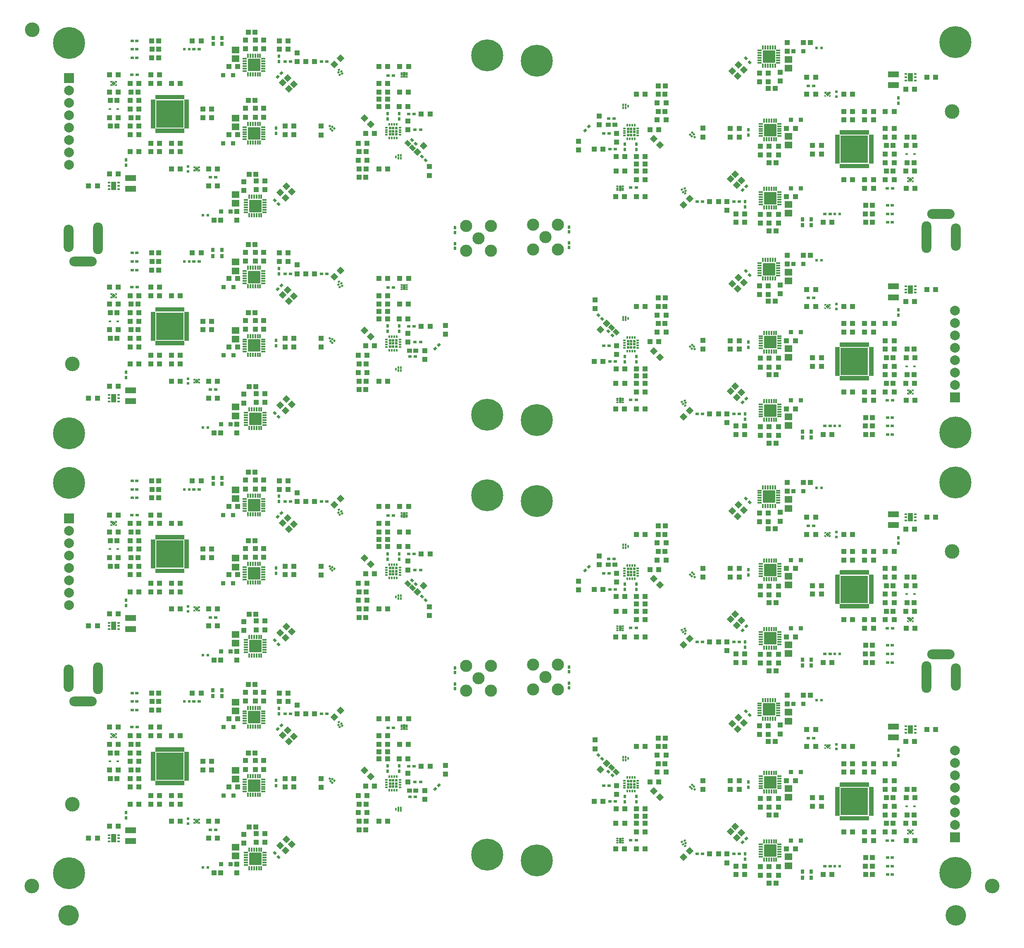
<source format=gts>
G04*
G04 #@! TF.GenerationSoftware,Altium Limited,Altium Designer,22.5.1 (42)*
G04*
G04 Layer_Color=8388736*
%FSLAX25Y25*%
%MOIN*%
G70*
G04*
G04 #@! TF.SameCoordinates,51788D37-BDA4-4E50-BAE2-16D2DB3F6F0A*
G04*
G04*
G04 #@! TF.FilePolarity,Negative*
G04*
G01*
G75*
G04:AMPARAMS|DCode=25|XSize=25.81mil|YSize=21.65mil|CornerRadius=0mil|HoleSize=0mil|Usage=FLASHONLY|Rotation=225.000|XOffset=0mil|YOffset=0mil|HoleType=Round|Shape=Rectangle|*
%AMROTATEDRECTD25*
4,1,4,0.00147,0.01678,0.01678,0.00147,-0.00147,-0.01678,-0.01678,-0.00147,0.00147,0.01678,0.0*
%
%ADD25ROTATEDRECTD25*%

%ADD37R,0.08700X0.04600*%
%ADD38R,0.02581X0.02165*%
%ADD39R,0.02165X0.02581*%
%ADD43R,0.02000X0.03000*%
%ADD49R,0.03000X0.02000*%
G04:AMPARAMS|DCode=51|XSize=25.81mil|YSize=21.65mil|CornerRadius=0mil|HoleSize=0mil|Usage=FLASHONLY|Rotation=135.000|XOffset=0mil|YOffset=0mil|HoleType=Round|Shape=Rectangle|*
%AMROTATEDRECTD51*
4,1,4,0.01678,-0.00147,0.00147,-0.01678,-0.01678,0.00147,-0.00147,0.01678,0.01678,-0.00147,0.0*
%
%ADD51ROTATEDRECTD51*%

%ADD53R,0.02000X0.01400*%
%ADD62R,0.02581X0.02165*%
%ADD89R,0.02264X0.02264*%
%ADD90R,0.02165X0.02264*%
%ADD91R,0.02264X0.02264*%
%ADD92R,0.02264X0.02165*%
%ADD93R,0.02165X0.02165*%
%ADD94R,0.02264X0.02165*%
%ADD95R,0.02264X0.02264*%
%ADD96R,0.02165X0.02264*%
%ADD97R,0.02264X0.02264*%
%ADD98C,0.11811*%
G04:AMPARAMS|DCode=99|XSize=15.75mil|YSize=21.65mil|CornerRadius=2.26mil|HoleSize=0mil|Usage=FLASHONLY|Rotation=180.000|XOffset=0mil|YOffset=0mil|HoleType=Round|Shape=RoundedRectangle|*
%AMROUNDEDRECTD99*
21,1,0.01575,0.01713,0,0,180.0*
21,1,0.01122,0.02165,0,0,180.0*
1,1,0.00453,-0.00561,0.00856*
1,1,0.00453,0.00561,0.00856*
1,1,0.00453,0.00561,-0.00856*
1,1,0.00453,-0.00561,-0.00856*
%
%ADD99ROUNDEDRECTD99*%
G04:AMPARAMS|DCode=100|XSize=15.75mil|YSize=21.65mil|CornerRadius=2.26mil|HoleSize=0mil|Usage=FLASHONLY|Rotation=270.000|XOffset=0mil|YOffset=0mil|HoleType=Round|Shape=RoundedRectangle|*
%AMROUNDEDRECTD100*
21,1,0.01575,0.01713,0,0,270.0*
21,1,0.01122,0.02165,0,0,270.0*
1,1,0.00453,-0.00856,-0.00561*
1,1,0.00453,-0.00856,0.00561*
1,1,0.00453,0.00856,0.00561*
1,1,0.00453,0.00856,-0.00561*
%
%ADD100ROUNDEDRECTD100*%
G04:AMPARAMS|DCode=101|XSize=98.43mil|YSize=98.43mil|CornerRadius=4.33mil|HoleSize=0mil|Usage=FLASHONLY|Rotation=90.000|XOffset=0mil|YOffset=0mil|HoleType=Round|Shape=RoundedRectangle|*
%AMROUNDEDRECTD101*
21,1,0.09843,0.08976,0,0,90.0*
21,1,0.08976,0.09843,0,0,90.0*
1,1,0.00866,0.04488,0.04488*
1,1,0.00866,0.04488,-0.04488*
1,1,0.00866,-0.04488,-0.04488*
1,1,0.00866,-0.04488,0.04488*
%
%ADD101ROUNDEDRECTD101*%
%ADD102O,0.01575X0.03543*%
%ADD103O,0.03543X0.01575*%
G04:AMPARAMS|DCode=104|XSize=11.02mil|YSize=35.43mil|CornerRadius=2.12mil|HoleSize=0mil|Usage=FLASHONLY|Rotation=270.000|XOffset=0mil|YOffset=0mil|HoleType=Round|Shape=RoundedRectangle|*
%AMROUNDEDRECTD104*
21,1,0.01102,0.03120,0,0,270.0*
21,1,0.00679,0.03543,0,0,270.0*
1,1,0.00423,-0.01560,-0.00340*
1,1,0.00423,-0.01560,0.00340*
1,1,0.00423,0.01560,0.00340*
1,1,0.00423,0.01560,-0.00340*
%
%ADD104ROUNDEDRECTD104*%
G04:AMPARAMS|DCode=105|XSize=11.02mil|YSize=35.43mil|CornerRadius=2.12mil|HoleSize=0mil|Usage=FLASHONLY|Rotation=180.000|XOffset=0mil|YOffset=0mil|HoleType=Round|Shape=RoundedRectangle|*
%AMROUNDEDRECTD105*
21,1,0.01102,0.03120,0,0,180.0*
21,1,0.00679,0.03543,0,0,180.0*
1,1,0.00423,-0.00340,0.01560*
1,1,0.00423,0.00340,0.01560*
1,1,0.00423,0.00340,-0.01560*
1,1,0.00423,-0.00340,-0.01560*
%
%ADD105ROUNDEDRECTD105*%
G04:AMPARAMS|DCode=106|XSize=220.47mil|YSize=220.47mil|CornerRadius=3.17mil|HoleSize=0mil|Usage=FLASHONLY|Rotation=180.000|XOffset=0mil|YOffset=0mil|HoleType=Round|Shape=RoundedRectangle|*
%AMROUNDEDRECTD106*
21,1,0.22047,0.21413,0,0,180.0*
21,1,0.21413,0.22047,0,0,180.0*
1,1,0.00634,-0.10707,0.10707*
1,1,0.00634,0.10707,0.10707*
1,1,0.00634,0.10707,-0.10707*
1,1,0.00634,-0.10707,-0.10707*
%
%ADD106ROUNDEDRECTD106*%
G04:AMPARAMS|DCode=107|XSize=15.75mil|YSize=18.7mil|CornerRadius=2.26mil|HoleSize=0mil|Usage=FLASHONLY|Rotation=135.000|XOffset=0mil|YOffset=0mil|HoleType=Round|Shape=RoundedRectangle|*
%AMROUNDEDRECTD107*
21,1,0.01575,0.01417,0,0,135.0*
21,1,0.01122,0.01870,0,0,135.0*
1,1,0.00453,0.00104,0.00898*
1,1,0.00453,0.00898,0.00104*
1,1,0.00453,-0.00104,-0.00898*
1,1,0.00453,-0.00898,-0.00104*
%
%ADD107ROUNDEDRECTD107*%
%ADD108R,0.04343X0.04343*%
%ADD109R,0.03800X0.03800*%
%ADD110R,0.02400X0.02400*%
%ADD111R,0.04343X0.04343*%
G04:AMPARAMS|DCode=112|XSize=13.39mil|YSize=18.5mil|CornerRadius=2.91mil|HoleSize=0mil|Usage=FLASHONLY|Rotation=90.000|XOffset=0mil|YOffset=0mil|HoleType=Round|Shape=RoundedRectangle|*
%AMROUNDEDRECTD112*
21,1,0.01339,0.01268,0,0,90.0*
21,1,0.00756,0.01850,0,0,90.0*
1,1,0.00583,0.00634,0.00378*
1,1,0.00583,0.00634,-0.00378*
1,1,0.00583,-0.00634,-0.00378*
1,1,0.00583,-0.00634,0.00378*
%
%ADD112ROUNDEDRECTD112*%
G04:AMPARAMS|DCode=113|XSize=19.68mil|YSize=46.46mil|CornerRadius=2.36mil|HoleSize=0mil|Usage=FLASHONLY|Rotation=180.000|XOffset=0mil|YOffset=0mil|HoleType=Round|Shape=RoundedRectangle|*
%AMROUNDEDRECTD113*
21,1,0.01968,0.04173,0,0,180.0*
21,1,0.01496,0.04646,0,0,180.0*
1,1,0.00472,-0.00748,0.02087*
1,1,0.00472,0.00748,0.02087*
1,1,0.00472,0.00748,-0.02087*
1,1,0.00472,-0.00748,-0.02087*
%
%ADD113ROUNDEDRECTD113*%
G04:AMPARAMS|DCode=114|XSize=43.31mil|YSize=66.93mil|CornerRadius=3.94mil|HoleSize=0mil|Usage=FLASHONLY|Rotation=360.000|XOffset=0mil|YOffset=0mil|HoleType=Round|Shape=RoundedRectangle|*
%AMROUNDEDRECTD114*
21,1,0.04331,0.05906,0,0,360.0*
21,1,0.03543,0.06693,0,0,360.0*
1,1,0.00787,0.01772,-0.02953*
1,1,0.00787,-0.01772,-0.02953*
1,1,0.00787,-0.01772,0.02953*
1,1,0.00787,0.01772,0.02953*
%
%ADD114ROUNDEDRECTD114*%
G04:AMPARAMS|DCode=115|XSize=15.75mil|YSize=21.65mil|CornerRadius=3.92mil|HoleSize=0mil|Usage=FLASHONLY|Rotation=90.000|XOffset=0mil|YOffset=0mil|HoleType=Round|Shape=RoundedRectangle|*
%AMROUNDEDRECTD115*
21,1,0.01575,0.01382,0,0,90.0*
21,1,0.00791,0.02165,0,0,90.0*
1,1,0.00784,0.00691,0.00396*
1,1,0.00784,0.00691,-0.00396*
1,1,0.00784,-0.00691,-0.00396*
1,1,0.00784,-0.00691,0.00396*
%
%ADD115ROUNDEDRECTD115*%
%ADD116P,0.03508X4X360.0*%
%ADD117R,0.00984X0.01378*%
G04:AMPARAMS|DCode=118|XSize=15.75mil|YSize=18.7mil|CornerRadius=2.26mil|HoleSize=0mil|Usage=FLASHONLY|Rotation=180.000|XOffset=0mil|YOffset=0mil|HoleType=Round|Shape=RoundedRectangle|*
%AMROUNDEDRECTD118*
21,1,0.01575,0.01417,0,0,180.0*
21,1,0.01122,0.01870,0,0,180.0*
1,1,0.00453,-0.00561,0.00709*
1,1,0.00453,0.00561,0.00709*
1,1,0.00453,0.00561,-0.00709*
1,1,0.00453,-0.00561,-0.00709*
%
%ADD118ROUNDEDRECTD118*%
G04:AMPARAMS|DCode=119|XSize=15.75mil|YSize=18.7mil|CornerRadius=2.26mil|HoleSize=0mil|Usage=FLASHONLY|Rotation=115.000|XOffset=0mil|YOffset=0mil|HoleType=Round|Shape=RoundedRectangle|*
%AMROUNDEDRECTD119*
21,1,0.01575,0.01417,0,0,115.0*
21,1,0.01122,0.01870,0,0,115.0*
1,1,0.00453,0.00405,0.00808*
1,1,0.00453,0.00879,-0.00209*
1,1,0.00453,-0.00405,-0.00808*
1,1,0.00453,-0.00879,0.00209*
%
%ADD119ROUNDEDRECTD119*%
%ADD120R,0.03950X0.04343*%
%ADD121R,0.04343X0.03556*%
%ADD122P,0.06142X4X180.0*%
%ADD123R,0.06312X0.05524*%
%ADD124R,0.02756X0.03543*%
%ADD125R,0.02400X0.02400*%
%ADD126P,0.06142X4X270.0*%
G04:AMPARAMS|DCode=127|XSize=43.43mil|YSize=35.56mil|CornerRadius=0mil|HoleSize=0mil|Usage=FLASHONLY|Rotation=135.000|XOffset=0mil|YOffset=0mil|HoleType=Round|Shape=Rectangle|*
%AMROTATEDRECTD127*
4,1,4,0.02793,-0.00278,0.00278,-0.02793,-0.02793,0.00278,-0.00278,0.02793,0.02793,-0.00278,0.0*
%
%ADD127ROTATEDRECTD127*%

%ADD128R,0.02400X0.02400*%
%ADD129R,0.04343X0.04343*%
%ADD130C,0.16548*%
%ADD131C,0.09776*%
%ADD132C,0.25800*%
%ADD133C,0.07887*%
%ADD134R,0.07887X0.07887*%
%ADD135O,0.22060X0.07887*%
%ADD136O,0.07887X0.22060*%
%ADD137O,0.07887X0.25603*%
G36*
X78445Y683563D02*
X77461D01*
X76575Y684449D01*
Y684941D01*
X78445D01*
Y683563D01*
D02*
G37*
G36*
X75000Y684449D02*
X74114Y683563D01*
X73130D01*
Y684941D01*
X75000D01*
Y684449D01*
D02*
G37*
G36*
Y681496D02*
Y681004D01*
X73130D01*
Y682382D01*
X74114D01*
X75000Y681496D01*
D02*
G37*
G36*
X78445Y681004D02*
X76280Y681004D01*
Y681201D01*
X77461Y682382D01*
X78445D01*
Y681004D01*
D02*
G37*
G36*
X654232Y674803D02*
X653248D01*
X652362Y675689D01*
Y676181D01*
X654232D01*
Y674803D01*
D02*
G37*
G36*
X651083Y675984D02*
X649902Y674803D01*
X648917D01*
Y676181D01*
X651083Y676181D01*
Y675984D01*
D02*
G37*
G36*
X654232Y672244D02*
X652362D01*
Y672736D01*
X653248Y673622D01*
X654232D01*
Y672244D01*
D02*
G37*
G36*
X650787Y672736D02*
Y672244D01*
X648917D01*
Y673622D01*
X649902D01*
X650787Y672736D01*
D02*
G37*
G36*
X132638Y670177D02*
X109488D01*
Y673720D01*
X132638D01*
Y670177D01*
D02*
G37*
G36*
X136417Y646791D02*
X132874D01*
Y669941D01*
X136417D01*
Y646791D01*
D02*
G37*
G36*
X109252D02*
X105709D01*
Y669941D01*
X109252D01*
Y646791D01*
D02*
G37*
G36*
X132638Y643012D02*
X109488D01*
Y646555D01*
X132638D01*
Y643012D01*
D02*
G37*
G36*
X684803Y641732D02*
X661654D01*
Y645276D01*
X684803D01*
Y641732D01*
D02*
G37*
G36*
X688583Y618346D02*
X685040D01*
Y641496D01*
X688583D01*
Y618346D01*
D02*
G37*
G36*
X661417D02*
X657874D01*
Y641496D01*
X661417D01*
Y618346D01*
D02*
G37*
G36*
X145374Y614665D02*
X144390D01*
X143504Y615551D01*
Y616043D01*
X145374D01*
Y614665D01*
D02*
G37*
G36*
X141929Y615551D02*
X141043Y614665D01*
X140059D01*
Y616043D01*
X141929D01*
Y615551D01*
D02*
G37*
G36*
X684803Y614567D02*
X661654D01*
Y618110D01*
X684803D01*
Y614567D01*
D02*
G37*
G36*
X141929Y612598D02*
Y612106D01*
X140059D01*
Y613484D01*
X141043D01*
X141929Y612598D01*
D02*
G37*
G36*
X145374Y612106D02*
X143209Y612106D01*
Y612303D01*
X144390Y613484D01*
X145374D01*
Y612106D01*
D02*
G37*
G36*
X721162Y605905D02*
X720177D01*
X719291Y606791D01*
Y607283D01*
X721162D01*
Y605905D01*
D02*
G37*
G36*
X718012Y607087D02*
X716831Y605905D01*
X715847D01*
Y607283D01*
X718012Y607283D01*
Y607087D01*
D02*
G37*
G36*
X721162Y603346D02*
X719291D01*
Y603838D01*
X720177Y604724D01*
X721162D01*
Y603346D01*
D02*
G37*
G36*
X717717Y603838D02*
Y603346D01*
X715847D01*
Y604724D01*
X716831D01*
X717717Y603838D01*
D02*
G37*
G36*
X78445Y512303D02*
X77461D01*
X76575Y513189D01*
Y513681D01*
X78445D01*
Y512303D01*
D02*
G37*
G36*
X75000Y513189D02*
X74114Y512303D01*
X73130D01*
Y513681D01*
X75000D01*
Y513189D01*
D02*
G37*
G36*
Y510236D02*
Y509744D01*
X73130D01*
Y511122D01*
X74114D01*
X75000Y510236D01*
D02*
G37*
G36*
X78445Y509744D02*
X76279Y509744D01*
Y509941D01*
X77461Y511122D01*
X78445D01*
Y509744D01*
D02*
G37*
G36*
X654232Y503543D02*
X653248D01*
X652362Y504429D01*
Y504921D01*
X654232D01*
Y503543D01*
D02*
G37*
G36*
X651083Y504724D02*
X649902Y503543D01*
X648917D01*
Y504921D01*
X651083Y504921D01*
Y504724D01*
D02*
G37*
G36*
X654232Y500984D02*
X652362D01*
Y501476D01*
X653248Y502362D01*
X654232D01*
Y500984D01*
D02*
G37*
G36*
X650787Y501476D02*
Y500984D01*
X648917D01*
Y502362D01*
X649902D01*
X650787Y501476D01*
D02*
G37*
G36*
X132638Y498917D02*
X109488D01*
Y502461D01*
X132638D01*
Y498917D01*
D02*
G37*
G36*
X136417Y475531D02*
X132874D01*
Y498681D01*
X136417D01*
Y475531D01*
D02*
G37*
G36*
X109252D02*
X105709D01*
Y498681D01*
X109252D01*
Y475531D01*
D02*
G37*
G36*
X132638Y471752D02*
X109488D01*
Y475295D01*
X132638D01*
Y471752D01*
D02*
G37*
G36*
X684803Y470472D02*
X661654D01*
Y474016D01*
X684803D01*
Y470472D01*
D02*
G37*
G36*
X688583Y447087D02*
X685039D01*
Y470236D01*
X688583D01*
Y447087D01*
D02*
G37*
G36*
X661417D02*
X657874D01*
Y470236D01*
X661417D01*
Y447087D01*
D02*
G37*
G36*
X145374Y443405D02*
X144390D01*
X143504Y444291D01*
Y444783D01*
X145374D01*
Y443405D01*
D02*
G37*
G36*
X141929Y444291D02*
X141043Y443405D01*
X140059D01*
Y444783D01*
X141929D01*
Y444291D01*
D02*
G37*
G36*
X684803Y443307D02*
X661654D01*
Y446850D01*
X684803D01*
Y443307D01*
D02*
G37*
G36*
X141929Y441339D02*
Y440846D01*
X140059D01*
Y442224D01*
X141043D01*
X141929Y441339D01*
D02*
G37*
G36*
X145374Y440846D02*
X143209Y440846D01*
Y441043D01*
X144390Y442224D01*
X145374D01*
Y440846D01*
D02*
G37*
G36*
X721161Y434646D02*
X720177D01*
X719291Y435532D01*
Y436024D01*
X721161D01*
Y434646D01*
D02*
G37*
G36*
X718012Y435827D02*
X716831Y434646D01*
X715846D01*
Y436024D01*
X718012Y436024D01*
Y435827D01*
D02*
G37*
G36*
X721161Y432087D02*
X719291D01*
Y432579D01*
X720177Y433465D01*
X721161D01*
Y432087D01*
D02*
G37*
G36*
X717717Y432579D02*
Y432087D01*
X715846D01*
Y433465D01*
X716831D01*
X717717Y432579D01*
D02*
G37*
G36*
X78445Y328445D02*
X77461D01*
X76575Y329331D01*
Y329823D01*
X78445D01*
Y328445D01*
D02*
G37*
G36*
X75000Y329331D02*
X74114Y328445D01*
X73130D01*
Y329823D01*
X75000D01*
Y329331D01*
D02*
G37*
G36*
Y326378D02*
Y325886D01*
X73130D01*
Y327264D01*
X74114D01*
X75000Y326378D01*
D02*
G37*
G36*
X78445Y325886D02*
X76280Y325886D01*
Y326083D01*
X77461Y327264D01*
X78445D01*
Y325886D01*
D02*
G37*
G36*
X654232Y319685D02*
X653248D01*
X652362Y320571D01*
Y321063D01*
X654232D01*
Y319685D01*
D02*
G37*
G36*
X651083Y320866D02*
X649902Y319685D01*
X648917D01*
Y321063D01*
X651083Y321063D01*
Y320866D01*
D02*
G37*
G36*
X654232Y317126D02*
X652362D01*
Y317618D01*
X653248Y318504D01*
X654232D01*
Y317126D01*
D02*
G37*
G36*
X650787Y317618D02*
Y317126D01*
X648917D01*
Y318504D01*
X649902D01*
X650787Y317618D01*
D02*
G37*
G36*
X132638Y315059D02*
X109488D01*
Y318602D01*
X132638D01*
Y315059D01*
D02*
G37*
G36*
X136417Y291673D02*
X132874D01*
Y314823D01*
X136417D01*
Y291673D01*
D02*
G37*
G36*
X109252D02*
X105709D01*
Y314823D01*
X109252D01*
Y291673D01*
D02*
G37*
G36*
X132638Y287894D02*
X109488D01*
Y291437D01*
X132638D01*
Y287894D01*
D02*
G37*
G36*
X684803Y286614D02*
X661654D01*
Y290157D01*
X684803D01*
Y286614D01*
D02*
G37*
G36*
X688583Y263228D02*
X685040D01*
Y286378D01*
X688583D01*
Y263228D01*
D02*
G37*
G36*
X661417D02*
X657874D01*
Y286378D01*
X661417D01*
Y263228D01*
D02*
G37*
G36*
X145374Y259547D02*
X144390D01*
X143504Y260433D01*
Y260925D01*
X145374D01*
Y259547D01*
D02*
G37*
G36*
X141929Y260433D02*
X141043Y259547D01*
X140059D01*
Y260925D01*
X141929D01*
Y260433D01*
D02*
G37*
G36*
X684803Y259449D02*
X661654D01*
Y262992D01*
X684803D01*
Y259449D01*
D02*
G37*
G36*
X141929Y257480D02*
Y256988D01*
X140059D01*
Y258366D01*
X141043D01*
X141929Y257480D01*
D02*
G37*
G36*
X145374Y256988D02*
X143209Y256988D01*
Y257185D01*
X144390Y258366D01*
X145374D01*
Y256988D01*
D02*
G37*
G36*
X721162Y250787D02*
X720177D01*
X719291Y251673D01*
Y252165D01*
X721162D01*
Y250787D01*
D02*
G37*
G36*
X718012Y251969D02*
X716831Y250787D01*
X715847D01*
Y252165D01*
X718012Y252165D01*
Y251969D01*
D02*
G37*
G36*
X721162Y248228D02*
X719291D01*
Y248720D01*
X720177Y249606D01*
X721162D01*
Y248228D01*
D02*
G37*
G36*
X717717Y248720D02*
Y248228D01*
X715847D01*
Y249606D01*
X716831D01*
X717717Y248720D01*
D02*
G37*
G36*
X78445Y157185D02*
X77461D01*
X76575Y158071D01*
Y158563D01*
X78445D01*
Y157185D01*
D02*
G37*
G36*
X75000Y158071D02*
X74114Y157185D01*
X73130D01*
Y158563D01*
X75000D01*
Y158071D01*
D02*
G37*
G36*
Y155118D02*
Y154626D01*
X73130D01*
Y156004D01*
X74114D01*
X75000Y155118D01*
D02*
G37*
G36*
X78445Y154626D02*
X76279Y154626D01*
Y154823D01*
X77461Y156004D01*
X78445D01*
Y154626D01*
D02*
G37*
G36*
X654232Y148425D02*
X653248D01*
X652362Y149311D01*
Y149803D01*
X654232D01*
Y148425D01*
D02*
G37*
G36*
X651083Y149606D02*
X649902Y148425D01*
X648917D01*
Y149803D01*
X651083Y149803D01*
Y149606D01*
D02*
G37*
G36*
X654232Y145866D02*
X652362D01*
Y146358D01*
X653248Y147244D01*
X654232D01*
Y145866D01*
D02*
G37*
G36*
X650787Y146358D02*
Y145866D01*
X648917D01*
Y147244D01*
X649902D01*
X650787Y146358D01*
D02*
G37*
G36*
X132638Y143799D02*
X109488D01*
Y147343D01*
X132638D01*
Y143799D01*
D02*
G37*
G36*
X136417Y120413D02*
X132874D01*
Y143563D01*
X136417D01*
Y120413D01*
D02*
G37*
G36*
X109252D02*
X105709D01*
Y143563D01*
X109252D01*
Y120413D01*
D02*
G37*
G36*
X132638Y116634D02*
X109488D01*
Y120177D01*
X132638D01*
Y116634D01*
D02*
G37*
G36*
X684803Y115354D02*
X661654D01*
Y118898D01*
X684803D01*
Y115354D01*
D02*
G37*
G36*
X688583Y91969D02*
X685039D01*
Y115118D01*
X688583D01*
Y91969D01*
D02*
G37*
G36*
X661417D02*
X657874D01*
Y115118D01*
X661417D01*
Y91969D01*
D02*
G37*
G36*
X145374Y88287D02*
X144390D01*
X143504Y89173D01*
Y89665D01*
X145374D01*
Y88287D01*
D02*
G37*
G36*
X141929Y89173D02*
X141043Y88287D01*
X140059D01*
Y89665D01*
X141929D01*
Y89173D01*
D02*
G37*
G36*
X684803Y88189D02*
X661654D01*
Y91732D01*
X684803D01*
Y88189D01*
D02*
G37*
G36*
X141929Y86221D02*
Y85728D01*
X140059D01*
Y87106D01*
X141043D01*
X141929Y86221D01*
D02*
G37*
G36*
X145374Y85728D02*
X143209Y85728D01*
Y85925D01*
X144390Y87106D01*
X145374D01*
Y85728D01*
D02*
G37*
G36*
X721161Y79528D02*
X720177D01*
X719291Y80413D01*
Y80905D01*
X721161D01*
Y79528D01*
D02*
G37*
G36*
X718012Y80709D02*
X716831Y79528D01*
X715846D01*
Y80905D01*
X718012Y80905D01*
Y80709D01*
D02*
G37*
G36*
X721161Y76968D02*
X719291D01*
Y77461D01*
X720177Y78347D01*
X721161D01*
Y76968D01*
D02*
G37*
G36*
X717717Y77461D02*
Y76968D01*
X715846D01*
Y78347D01*
X716831D01*
X717717Y77461D01*
D02*
G37*
D25*
X456138Y645115D02*
D03*
X459216Y648192D02*
D03*
X586185Y599964D02*
D03*
X583107Y596886D02*
D03*
X586185Y428704D02*
D03*
X583107Y425626D02*
D03*
X456138Y289997D02*
D03*
X459216Y293074D02*
D03*
X586185Y244846D02*
D03*
X583107Y241768D02*
D03*
X586185Y73586D02*
D03*
X583107Y70508D02*
D03*
X338153Y116795D02*
D03*
X335075Y113717D02*
D03*
X208107Y161945D02*
D03*
X211185Y165023D02*
D03*
X208107Y333205D02*
D03*
X211185Y336283D02*
D03*
X338153Y471913D02*
D03*
X335075Y468835D02*
D03*
X208107Y517063D02*
D03*
X211185Y520141D02*
D03*
X208107Y688323D02*
D03*
X211185Y691401D02*
D03*
D37*
X704725Y690424D02*
D03*
Y681624D02*
D03*
X704724Y510364D02*
D03*
Y519164D02*
D03*
X704725Y335306D02*
D03*
Y326505D02*
D03*
X704724Y155246D02*
D03*
Y164046D02*
D03*
X89567Y71486D02*
D03*
Y80286D02*
D03*
X89567Y251546D02*
D03*
Y242746D02*
D03*
X89567Y426604D02*
D03*
Y435404D02*
D03*
X89567Y606664D02*
D03*
Y597864D02*
D03*
D38*
X497255Y598819D02*
D03*
X492903D02*
D03*
X699595Y598425D02*
D03*
X703948D02*
D03*
X636210Y681102D02*
D03*
X640562D02*
D03*
X479539Y654528D02*
D03*
X475186D02*
D03*
X471041Y642717D02*
D03*
X475394D02*
D03*
X480523Y629921D02*
D03*
X476170D02*
D03*
X497255Y427559D02*
D03*
X492902D02*
D03*
X699595Y427165D02*
D03*
X703948D02*
D03*
X636209Y509842D02*
D03*
X640562D02*
D03*
X546435Y416339D02*
D03*
X550787D02*
D03*
X575962D02*
D03*
X580315D02*
D03*
X653751Y406496D02*
D03*
X649398D02*
D03*
X475394Y471457D02*
D03*
X471041D02*
D03*
X476170Y458661D02*
D03*
X480523D02*
D03*
X649399Y577756D02*
D03*
X653751D02*
D03*
X550787Y587598D02*
D03*
X546435D02*
D03*
X580315D02*
D03*
X575962D02*
D03*
X497255Y243701D02*
D03*
X492903D02*
D03*
X699595Y243307D02*
D03*
X703948D02*
D03*
X636210Y325984D02*
D03*
X640562D02*
D03*
X479539Y299409D02*
D03*
X475186D02*
D03*
X471041Y287598D02*
D03*
X475394D02*
D03*
X480523Y274803D02*
D03*
X476170D02*
D03*
X497255Y72441D02*
D03*
X492902D02*
D03*
X699595Y72047D02*
D03*
X703948D02*
D03*
X636209Y154724D02*
D03*
X640562D02*
D03*
X546435Y61221D02*
D03*
X550787D02*
D03*
X575962D02*
D03*
X580315D02*
D03*
X653751Y51378D02*
D03*
X649398D02*
D03*
X475394Y116339D02*
D03*
X471041D02*
D03*
X476170Y103543D02*
D03*
X480523D02*
D03*
X649399Y222638D02*
D03*
X653751D02*
D03*
X550787Y232480D02*
D03*
X546435D02*
D03*
X580315D02*
D03*
X575962D02*
D03*
X297036Y163091D02*
D03*
X301389D02*
D03*
X323250Y119193D02*
D03*
X318898D02*
D03*
X297036Y334350D02*
D03*
X301389D02*
D03*
X318898Y290453D02*
D03*
X323251D02*
D03*
X297036Y518209D02*
D03*
X301389D02*
D03*
X323250Y474311D02*
D03*
X318898D02*
D03*
X297036Y689468D02*
D03*
X301389D02*
D03*
X318898Y645571D02*
D03*
X323251D02*
D03*
D39*
X708662Y667115D02*
D03*
Y671468D02*
D03*
X497441Y629713D02*
D03*
Y634066D02*
D03*
X488189Y629713D02*
D03*
Y634066D02*
D03*
X708661Y500208D02*
D03*
Y495855D02*
D03*
X587598Y470068D02*
D03*
Y474420D02*
D03*
X587599Y645680D02*
D03*
Y641327D02*
D03*
X585236Y416339D02*
D03*
Y411986D02*
D03*
X497441Y462806D02*
D03*
Y458454D02*
D03*
X488189Y462806D02*
D03*
Y458454D02*
D03*
X585236Y583246D02*
D03*
Y587598D02*
D03*
X708662Y311997D02*
D03*
Y316350D02*
D03*
X497441Y274595D02*
D03*
Y278948D02*
D03*
X488189Y274595D02*
D03*
Y278948D02*
D03*
X708661Y145090D02*
D03*
Y140737D02*
D03*
X587598Y114950D02*
D03*
Y119302D02*
D03*
X587599Y290562D02*
D03*
Y286209D02*
D03*
X585236Y61221D02*
D03*
Y56868D02*
D03*
X497441Y107688D02*
D03*
Y103335D02*
D03*
X488189Y107688D02*
D03*
Y103335D02*
D03*
X585236Y228128D02*
D03*
Y232480D02*
D03*
X85630Y94794D02*
D03*
Y90442D02*
D03*
X296850Y132196D02*
D03*
Y127843D02*
D03*
X306102Y132196D02*
D03*
Y127843D02*
D03*
X85630Y261701D02*
D03*
Y266054D02*
D03*
X206693Y291842D02*
D03*
Y287489D02*
D03*
X206693Y116229D02*
D03*
Y120582D02*
D03*
X209055Y345571D02*
D03*
Y349924D02*
D03*
X296850Y299103D02*
D03*
Y303456D02*
D03*
X306102Y299103D02*
D03*
Y303456D02*
D03*
X209055Y178664D02*
D03*
Y174311D02*
D03*
X85630Y449913D02*
D03*
Y445560D02*
D03*
X296850Y487314D02*
D03*
Y482961D02*
D03*
X306102Y487314D02*
D03*
Y482961D02*
D03*
X85630Y616820D02*
D03*
Y621172D02*
D03*
X206693Y646960D02*
D03*
Y642607D02*
D03*
X206693Y471347D02*
D03*
Y475700D02*
D03*
X209055Y700689D02*
D03*
Y705042D02*
D03*
X296850Y654221D02*
D03*
Y658574D02*
D03*
X306102Y654221D02*
D03*
Y658574D02*
D03*
X209055Y533782D02*
D03*
Y529429D02*
D03*
D43*
X443110Y567131D02*
D03*
Y563431D02*
D03*
Y554212D02*
D03*
Y550512D02*
D03*
Y212013D02*
D03*
Y208313D02*
D03*
Y199094D02*
D03*
Y195394D02*
D03*
X351181Y194779D02*
D03*
Y198478D02*
D03*
Y207697D02*
D03*
Y211397D02*
D03*
Y549897D02*
D03*
Y553597D02*
D03*
Y562815D02*
D03*
Y566515D02*
D03*
D49*
X703622Y399606D02*
D03*
X699922D02*
D03*
X703622Y406496D02*
D03*
X699922D02*
D03*
X703622Y413386D02*
D03*
X699922D02*
D03*
X699922Y577756D02*
D03*
X703622D02*
D03*
X699922Y570866D02*
D03*
X703622D02*
D03*
X699922Y584646D02*
D03*
X703622D02*
D03*
X703622Y44488D02*
D03*
X699922D02*
D03*
X703622Y51378D02*
D03*
X699922D02*
D03*
X703622Y58268D02*
D03*
X699922D02*
D03*
X699922Y222638D02*
D03*
X703622D02*
D03*
X699922Y215748D02*
D03*
X703622D02*
D03*
X699922Y229527D02*
D03*
X703622D02*
D03*
X90670Y362303D02*
D03*
X94370D02*
D03*
X90670Y355413D02*
D03*
X94370D02*
D03*
X90670Y348524D02*
D03*
X94370D02*
D03*
X94370Y184153D02*
D03*
X90670D02*
D03*
X94370Y191043D02*
D03*
X90670D02*
D03*
X94370Y177264D02*
D03*
X90670D02*
D03*
X90670Y717421D02*
D03*
X94370D02*
D03*
X90670Y710532D02*
D03*
X94370D02*
D03*
X90670Y703642D02*
D03*
X94370D02*
D03*
X94370Y539272D02*
D03*
X90670D02*
D03*
X94370Y546161D02*
D03*
X90670D02*
D03*
X94370Y532382D02*
D03*
X90670D02*
D03*
D51*
X588708Y528418D02*
D03*
X585630Y531496D02*
D03*
X474839Y482838D02*
D03*
X477917Y479760D02*
D03*
X466768Y496027D02*
D03*
X469846Y492949D02*
D03*
X588708Y700072D02*
D03*
X585630Y703150D02*
D03*
X588708Y173300D02*
D03*
X585630Y176378D02*
D03*
X474839Y127720D02*
D03*
X477917Y124642D02*
D03*
X466768Y140909D02*
D03*
X469846Y137831D02*
D03*
X588708Y344954D02*
D03*
X585630Y348031D02*
D03*
X205584Y233491D02*
D03*
X208662Y230413D02*
D03*
X319452Y279071D02*
D03*
X316375Y282149D02*
D03*
X327523Y265882D02*
D03*
X324445Y268960D02*
D03*
X205584Y61838D02*
D03*
X208661Y58760D02*
D03*
X205584Y588609D02*
D03*
X208662Y585532D02*
D03*
X319452Y634189D02*
D03*
X316375Y637267D02*
D03*
X327523Y621000D02*
D03*
X324445Y624078D02*
D03*
X205584Y416956D02*
D03*
X208661Y413878D02*
D03*
D53*
X715354Y625984D02*
D03*
X721654D02*
D03*
X715354Y454724D02*
D03*
X721654D02*
D03*
X715354Y270866D02*
D03*
X721654D02*
D03*
X715354Y99606D02*
D03*
X721654D02*
D03*
X78937Y135925D02*
D03*
X72637D02*
D03*
X78938Y307185D02*
D03*
X72637D02*
D03*
X78937Y491043D02*
D03*
X72637D02*
D03*
X78938Y662303D02*
D03*
X72637D02*
D03*
D62*
X94696Y163484D02*
D03*
X90343D02*
D03*
X158082Y80807D02*
D03*
X153729D02*
D03*
X314753Y107382D02*
D03*
X319106D02*
D03*
X313769Y131988D02*
D03*
X318121D02*
D03*
X94696Y334744D02*
D03*
X90343D02*
D03*
X158082Y252067D02*
D03*
X153729D02*
D03*
X247857Y345571D02*
D03*
X243504D02*
D03*
X218329D02*
D03*
X213977D02*
D03*
X140540Y355413D02*
D03*
X144893D02*
D03*
X318121Y303248D02*
D03*
X313769D02*
D03*
X144893Y184153D02*
D03*
X140540D02*
D03*
X243504Y174311D02*
D03*
X247857D02*
D03*
X213976D02*
D03*
X218329D02*
D03*
X94696Y518602D02*
D03*
X90343D02*
D03*
X158082Y435925D02*
D03*
X153729D02*
D03*
X314753Y462500D02*
D03*
X319106D02*
D03*
X313769Y487106D02*
D03*
X318121D02*
D03*
X94696Y689862D02*
D03*
X90343D02*
D03*
X158082Y607185D02*
D03*
X153729D02*
D03*
X247857Y700689D02*
D03*
X243504D02*
D03*
X218329D02*
D03*
X213977D02*
D03*
X140540Y710532D02*
D03*
X144893D02*
D03*
X318121Y658366D02*
D03*
X313769D02*
D03*
X144893Y539272D02*
D03*
X140540D02*
D03*
X243504Y529429D02*
D03*
X247857D02*
D03*
X213976D02*
D03*
X218329D02*
D03*
D89*
X495620Y646329D02*
D03*
X495620Y475069D02*
D03*
X495620Y291211D02*
D03*
X495620Y119951D02*
D03*
X298671Y115580D02*
D03*
X298671Y286840D02*
D03*
X298671Y470698D02*
D03*
X298671Y641958D02*
D03*
D90*
X493110Y646329D02*
D03*
X493110Y475069D02*
D03*
X493110Y291211D02*
D03*
X493110Y119951D02*
D03*
X301181Y115580D02*
D03*
X301181Y286840D02*
D03*
X301181Y470698D02*
D03*
X301181Y641958D02*
D03*
D91*
X490600Y646329D02*
D03*
X490600Y475069D02*
D03*
X490600Y291211D02*
D03*
X490600Y119951D02*
D03*
X303691Y115580D02*
D03*
X303691Y286840D02*
D03*
X303691Y470698D02*
D03*
X303691Y641958D02*
D03*
D92*
X495620Y643819D02*
D03*
X495620Y472559D02*
D03*
X495620Y288701D02*
D03*
X495620Y117441D02*
D03*
X298671Y118090D02*
D03*
X298671Y289350D02*
D03*
X298671Y473208D02*
D03*
X298671Y644468D02*
D03*
D93*
X493110Y643819D02*
D03*
X493110Y472559D02*
D03*
X493110Y288701D02*
D03*
X493110Y117441D02*
D03*
X301181Y118090D02*
D03*
X301181Y289350D02*
D03*
X301181Y473208D02*
D03*
X301181Y644468D02*
D03*
D94*
X490600Y643819D02*
D03*
X490600Y472559D02*
D03*
X490600Y288701D02*
D03*
X490600Y117441D02*
D03*
X303691Y118090D02*
D03*
X303691Y289350D02*
D03*
X303691Y473208D02*
D03*
X303691Y644468D02*
D03*
D95*
X490600Y641309D02*
D03*
X490600Y470050D02*
D03*
X490600Y286191D02*
D03*
X490600Y114931D02*
D03*
X303691Y120600D02*
D03*
X303691Y291860D02*
D03*
X303691Y475718D02*
D03*
X303691Y646978D02*
D03*
D96*
X493110Y641309D02*
D03*
X493110Y470050D02*
D03*
X493110Y286191D02*
D03*
X493110Y114931D02*
D03*
X301181Y120600D02*
D03*
X301181Y291860D02*
D03*
X301181Y475718D02*
D03*
X301181Y646978D02*
D03*
D97*
X495620Y641309D02*
D03*
X495620Y470050D02*
D03*
X495620Y286191D02*
D03*
X495620Y114931D02*
D03*
X298671Y120600D02*
D03*
X298671Y291860D02*
D03*
X298671Y475718D02*
D03*
X298671Y646978D02*
D03*
D98*
X10039Y726378D02*
D03*
X9646Y35433D02*
D03*
X784449D02*
D03*
X751969Y660433D02*
D03*
Y305315D02*
D03*
X42323Y101476D02*
D03*
Y456595D02*
D03*
D99*
X490158Y638406D02*
D03*
Y649233D02*
D03*
X496063Y638406D02*
D03*
X494095D02*
D03*
X492126D02*
D03*
Y649233D02*
D03*
X494095D02*
D03*
X496063D02*
D03*
X490158Y467146D02*
D03*
Y477973D02*
D03*
X496063Y467146D02*
D03*
X494095D02*
D03*
X492126D02*
D03*
Y477973D02*
D03*
X494095D02*
D03*
X496063D02*
D03*
X490158Y283288D02*
D03*
Y294114D02*
D03*
X496063Y283288D02*
D03*
X494095D02*
D03*
X492126D02*
D03*
Y294114D02*
D03*
X494095D02*
D03*
X496063D02*
D03*
X490158Y112028D02*
D03*
Y122855D02*
D03*
X496063Y112028D02*
D03*
X494095D02*
D03*
X492126D02*
D03*
Y122855D02*
D03*
X494095D02*
D03*
X496063D02*
D03*
X304134Y123503D02*
D03*
Y112677D02*
D03*
X298228Y123503D02*
D03*
X300197D02*
D03*
X302165D02*
D03*
Y112677D02*
D03*
X300197D02*
D03*
X298228D02*
D03*
X304134Y294763D02*
D03*
Y283937D02*
D03*
X298229Y294763D02*
D03*
X300197D02*
D03*
X302166D02*
D03*
Y283937D02*
D03*
X300197D02*
D03*
X298229D02*
D03*
X304134Y478622D02*
D03*
Y467795D02*
D03*
X298228Y478622D02*
D03*
X300197D02*
D03*
X302165D02*
D03*
Y467795D02*
D03*
X300197D02*
D03*
X298228D02*
D03*
X304134Y649882D02*
D03*
Y639055D02*
D03*
X298229Y649882D02*
D03*
X300197D02*
D03*
X302166D02*
D03*
Y639055D02*
D03*
X300197D02*
D03*
X298229D02*
D03*
D100*
X487697Y646772D02*
D03*
X498524D02*
D03*
X487697Y640867D02*
D03*
Y642835D02*
D03*
Y644803D02*
D03*
X498524D02*
D03*
Y642835D02*
D03*
Y640867D02*
D03*
X487697Y475512D02*
D03*
X498524D02*
D03*
X487697Y469607D02*
D03*
Y471575D02*
D03*
Y473544D02*
D03*
X498524D02*
D03*
Y471575D02*
D03*
Y469607D02*
D03*
X487697Y291654D02*
D03*
X498524D02*
D03*
X487697Y285748D02*
D03*
Y287717D02*
D03*
Y289685D02*
D03*
X498524D02*
D03*
Y287717D02*
D03*
Y285748D02*
D03*
X487697Y120394D02*
D03*
X498524D02*
D03*
X487697Y114489D02*
D03*
Y116457D02*
D03*
Y118426D02*
D03*
X498524D02*
D03*
Y116457D02*
D03*
Y114489D02*
D03*
X306594Y115137D02*
D03*
X295768D02*
D03*
X306594Y121043D02*
D03*
Y119074D02*
D03*
Y117106D02*
D03*
X295768D02*
D03*
Y119074D02*
D03*
Y121043D02*
D03*
X306595Y286397D02*
D03*
X295768D02*
D03*
X306595Y292303D02*
D03*
Y290334D02*
D03*
Y288366D02*
D03*
X295768D02*
D03*
Y290334D02*
D03*
Y292303D02*
D03*
X306594Y470256D02*
D03*
X295768D02*
D03*
X306594Y476161D02*
D03*
Y474192D02*
D03*
Y472224D02*
D03*
X295768D02*
D03*
Y474192D02*
D03*
Y476161D02*
D03*
X306595Y641515D02*
D03*
X295768D02*
D03*
X306595Y647421D02*
D03*
Y645452D02*
D03*
Y643484D02*
D03*
X295768D02*
D03*
Y645452D02*
D03*
Y647421D02*
D03*
D101*
X604331Y704658D02*
D03*
X604331Y533004D02*
D03*
X605315Y645472D02*
D03*
Y590354D02*
D03*
X605315Y474213D02*
D03*
Y419095D02*
D03*
X604331Y349540D02*
D03*
X604331Y177886D02*
D03*
X605315Y290354D02*
D03*
Y235236D02*
D03*
X605315Y119095D02*
D03*
Y63976D02*
D03*
X189961Y57252D02*
D03*
X189961Y228905D02*
D03*
X188976Y116437D02*
D03*
Y171555D02*
D03*
X188977Y287697D02*
D03*
Y342815D02*
D03*
X189961Y412370D02*
D03*
X189961Y584023D02*
D03*
X188976Y471555D02*
D03*
Y526673D02*
D03*
X188977Y642815D02*
D03*
Y697933D02*
D03*
D102*
X599410Y697178D02*
D03*
X601378D02*
D03*
X603347D02*
D03*
X605315D02*
D03*
X607284D02*
D03*
X609252D02*
D03*
Y712138D02*
D03*
X607284D02*
D03*
X605315D02*
D03*
X603347D02*
D03*
X601378D02*
D03*
X599410D02*
D03*
X599409Y525524D02*
D03*
X601378D02*
D03*
X603346D02*
D03*
X605315D02*
D03*
X607283D02*
D03*
X609252D02*
D03*
Y540485D02*
D03*
X607283D02*
D03*
X605315D02*
D03*
X603346D02*
D03*
X601378D02*
D03*
X599409D02*
D03*
X600394Y637992D02*
D03*
X602362D02*
D03*
X604331D02*
D03*
X606299D02*
D03*
X608268D02*
D03*
X610236D02*
D03*
Y652953D02*
D03*
X608268D02*
D03*
X606299D02*
D03*
X604331D02*
D03*
X602362D02*
D03*
X600394D02*
D03*
Y582874D02*
D03*
X602362D02*
D03*
X604331D02*
D03*
X606299D02*
D03*
X608268D02*
D03*
X610236D02*
D03*
Y597835D02*
D03*
X608268D02*
D03*
X606299D02*
D03*
X604331D02*
D03*
X602362D02*
D03*
X600394D02*
D03*
X600394Y466732D02*
D03*
X602362D02*
D03*
X604331D02*
D03*
X606299D02*
D03*
X608268D02*
D03*
X610236D02*
D03*
Y481693D02*
D03*
X608268D02*
D03*
X606299D02*
D03*
X604331D02*
D03*
X602362D02*
D03*
X600394D02*
D03*
Y411614D02*
D03*
X602362D02*
D03*
X604331D02*
D03*
X606299D02*
D03*
X608268D02*
D03*
X610236D02*
D03*
Y426575D02*
D03*
X608268D02*
D03*
X606299D02*
D03*
X604331D02*
D03*
X602362D02*
D03*
X600394D02*
D03*
X599410Y342059D02*
D03*
X601378D02*
D03*
X603347D02*
D03*
X605315D02*
D03*
X607284D02*
D03*
X609252D02*
D03*
Y357020D02*
D03*
X607284D02*
D03*
X605315D02*
D03*
X603347D02*
D03*
X601378D02*
D03*
X599410D02*
D03*
X599409Y170406D02*
D03*
X601378D02*
D03*
X603346D02*
D03*
X605315D02*
D03*
X607283D02*
D03*
X609252D02*
D03*
Y185366D02*
D03*
X607283D02*
D03*
X605315D02*
D03*
X603346D02*
D03*
X601378D02*
D03*
X599409D02*
D03*
X600394Y282874D02*
D03*
X602362D02*
D03*
X604331D02*
D03*
X606299D02*
D03*
X608268D02*
D03*
X610236D02*
D03*
Y297835D02*
D03*
X608268D02*
D03*
X606299D02*
D03*
X604331D02*
D03*
X602362D02*
D03*
X600394D02*
D03*
Y227756D02*
D03*
X602362D02*
D03*
X604331D02*
D03*
X606299D02*
D03*
X608268D02*
D03*
X610236D02*
D03*
Y242717D02*
D03*
X608268D02*
D03*
X606299D02*
D03*
X604331D02*
D03*
X602362D02*
D03*
X600394D02*
D03*
X600394Y111614D02*
D03*
X602362D02*
D03*
X604331D02*
D03*
X606299D02*
D03*
X608268D02*
D03*
X610236D02*
D03*
Y126575D02*
D03*
X608268D02*
D03*
X606299D02*
D03*
X604331D02*
D03*
X602362D02*
D03*
X600394D02*
D03*
Y56496D02*
D03*
X602362D02*
D03*
X604331D02*
D03*
X606299D02*
D03*
X608268D02*
D03*
X610236D02*
D03*
Y71457D02*
D03*
X608268D02*
D03*
X606299D02*
D03*
X604331D02*
D03*
X602362D02*
D03*
X600394D02*
D03*
X194882Y64732D02*
D03*
X192913D02*
D03*
X190945D02*
D03*
X188976D02*
D03*
X187008D02*
D03*
X185039D02*
D03*
Y49771D02*
D03*
X187008D02*
D03*
X188976D02*
D03*
X190945D02*
D03*
X192913D02*
D03*
X194882D02*
D03*
X194882Y236385D02*
D03*
X192913D02*
D03*
X190945D02*
D03*
X188977D02*
D03*
X187008D02*
D03*
X185039D02*
D03*
Y221425D02*
D03*
X187008D02*
D03*
X188977D02*
D03*
X190945D02*
D03*
X192913D02*
D03*
X194882D02*
D03*
X193898Y123917D02*
D03*
X191929D02*
D03*
X189961D02*
D03*
X187992D02*
D03*
X186024D02*
D03*
X184055D02*
D03*
Y108957D02*
D03*
X186024D02*
D03*
X187992D02*
D03*
X189961D02*
D03*
X191929D02*
D03*
X193898D02*
D03*
Y179035D02*
D03*
X191929D02*
D03*
X189961D02*
D03*
X187992D02*
D03*
X186024D02*
D03*
X184055D02*
D03*
Y164075D02*
D03*
X186024D02*
D03*
X187992D02*
D03*
X189961D02*
D03*
X191929D02*
D03*
X193898D02*
D03*
X193898Y295177D02*
D03*
X191929D02*
D03*
X189961D02*
D03*
X187992D02*
D03*
X186024D02*
D03*
X184055D02*
D03*
Y280217D02*
D03*
X186024D02*
D03*
X187992D02*
D03*
X189961D02*
D03*
X191929D02*
D03*
X193898D02*
D03*
Y350295D02*
D03*
X191929D02*
D03*
X189961D02*
D03*
X187992D02*
D03*
X186024D02*
D03*
X184055D02*
D03*
Y335335D02*
D03*
X186024D02*
D03*
X187992D02*
D03*
X189961D02*
D03*
X191929D02*
D03*
X193898D02*
D03*
X194882Y419850D02*
D03*
X192913D02*
D03*
X190945D02*
D03*
X188976D02*
D03*
X187008D02*
D03*
X185039D02*
D03*
Y404889D02*
D03*
X187008D02*
D03*
X188976D02*
D03*
X190945D02*
D03*
X192913D02*
D03*
X194882D02*
D03*
X194882Y591504D02*
D03*
X192913D02*
D03*
X190945D02*
D03*
X188977D02*
D03*
X187008D02*
D03*
X185039D02*
D03*
Y576543D02*
D03*
X187008D02*
D03*
X188977D02*
D03*
X190945D02*
D03*
X192913D02*
D03*
X194882D02*
D03*
X193898Y479035D02*
D03*
X191929D02*
D03*
X189961D02*
D03*
X187992D02*
D03*
X186024D02*
D03*
X184055D02*
D03*
Y464075D02*
D03*
X186024D02*
D03*
X187992D02*
D03*
X189961D02*
D03*
X191929D02*
D03*
X193898D02*
D03*
Y534154D02*
D03*
X191929D02*
D03*
X189961D02*
D03*
X187992D02*
D03*
X186024D02*
D03*
X184055D02*
D03*
Y519193D02*
D03*
X186024D02*
D03*
X187992D02*
D03*
X189961D02*
D03*
X191929D02*
D03*
X193898D02*
D03*
X193898Y650295D02*
D03*
X191929D02*
D03*
X189961D02*
D03*
X187992D02*
D03*
X186024D02*
D03*
X184055D02*
D03*
Y635335D02*
D03*
X186024D02*
D03*
X187992D02*
D03*
X189961D02*
D03*
X191929D02*
D03*
X193898D02*
D03*
Y705413D02*
D03*
X191929D02*
D03*
X189961D02*
D03*
X187992D02*
D03*
X186024D02*
D03*
X184055D02*
D03*
Y690453D02*
D03*
X186024D02*
D03*
X187992D02*
D03*
X189961D02*
D03*
X191929D02*
D03*
X193898D02*
D03*
D103*
X611811Y699736D02*
D03*
Y701705D02*
D03*
Y703674D02*
D03*
Y705642D02*
D03*
Y707611D02*
D03*
Y709579D02*
D03*
X596850D02*
D03*
Y707611D02*
D03*
Y705642D02*
D03*
Y703674D02*
D03*
Y701705D02*
D03*
Y699736D02*
D03*
X611811Y528083D02*
D03*
Y530052D02*
D03*
Y532020D02*
D03*
Y533989D02*
D03*
Y535957D02*
D03*
Y537925D02*
D03*
X596850D02*
D03*
Y535957D02*
D03*
Y533989D02*
D03*
Y532020D02*
D03*
Y530052D02*
D03*
Y528083D02*
D03*
X612795Y640551D02*
D03*
Y642520D02*
D03*
Y644488D02*
D03*
Y646457D02*
D03*
Y648425D02*
D03*
Y650394D02*
D03*
X597835D02*
D03*
Y648425D02*
D03*
Y646457D02*
D03*
Y644488D02*
D03*
Y642520D02*
D03*
Y640551D02*
D03*
X612795Y585433D02*
D03*
Y587401D02*
D03*
Y589370D02*
D03*
Y591338D02*
D03*
Y593307D02*
D03*
Y595276D02*
D03*
X597835D02*
D03*
Y593307D02*
D03*
Y591338D02*
D03*
Y589370D02*
D03*
Y587401D02*
D03*
Y585433D02*
D03*
X612795Y469291D02*
D03*
Y471260D02*
D03*
Y473228D02*
D03*
Y475197D02*
D03*
Y477165D02*
D03*
Y479134D02*
D03*
X597835D02*
D03*
Y477165D02*
D03*
Y475197D02*
D03*
Y473228D02*
D03*
Y471260D02*
D03*
Y469291D02*
D03*
X612795Y414173D02*
D03*
Y416142D02*
D03*
Y418110D02*
D03*
Y420079D02*
D03*
Y422047D02*
D03*
Y424016D02*
D03*
X597835D02*
D03*
Y422047D02*
D03*
Y420079D02*
D03*
Y418110D02*
D03*
Y416142D02*
D03*
Y414173D02*
D03*
X611811Y344618D02*
D03*
Y346587D02*
D03*
Y348555D02*
D03*
Y350524D02*
D03*
Y352492D02*
D03*
Y354461D02*
D03*
X596850D02*
D03*
Y352492D02*
D03*
Y350524D02*
D03*
Y348555D02*
D03*
Y346587D02*
D03*
Y344618D02*
D03*
X611811Y172965D02*
D03*
Y174933D02*
D03*
Y176902D02*
D03*
Y178870D02*
D03*
Y180839D02*
D03*
Y182807D02*
D03*
X596850D02*
D03*
Y180839D02*
D03*
Y178870D02*
D03*
Y176902D02*
D03*
Y174933D02*
D03*
Y172965D02*
D03*
X612795Y285433D02*
D03*
Y287402D02*
D03*
Y289370D02*
D03*
Y291338D02*
D03*
Y293307D02*
D03*
Y295276D02*
D03*
X597835D02*
D03*
Y293307D02*
D03*
Y291338D02*
D03*
Y289370D02*
D03*
Y287402D02*
D03*
Y285433D02*
D03*
X612795Y230315D02*
D03*
Y232283D02*
D03*
Y234252D02*
D03*
Y236220D02*
D03*
Y238189D02*
D03*
Y240157D02*
D03*
X597835D02*
D03*
Y238189D02*
D03*
Y236220D02*
D03*
Y234252D02*
D03*
Y232283D02*
D03*
Y230315D02*
D03*
X612795Y114173D02*
D03*
Y116142D02*
D03*
Y118110D02*
D03*
Y120079D02*
D03*
Y122047D02*
D03*
Y124016D02*
D03*
X597835D02*
D03*
Y122047D02*
D03*
Y120079D02*
D03*
Y118110D02*
D03*
Y116142D02*
D03*
Y114173D02*
D03*
X612795Y59055D02*
D03*
Y61024D02*
D03*
Y62992D02*
D03*
Y64961D02*
D03*
Y66929D02*
D03*
Y68898D02*
D03*
X597835D02*
D03*
Y66929D02*
D03*
Y64961D02*
D03*
Y62992D02*
D03*
Y61024D02*
D03*
Y59055D02*
D03*
X182480Y62173D02*
D03*
Y60204D02*
D03*
Y58236D02*
D03*
Y56267D02*
D03*
Y54299D02*
D03*
Y52330D02*
D03*
X197441D02*
D03*
Y54299D02*
D03*
Y56267D02*
D03*
Y58236D02*
D03*
Y60204D02*
D03*
Y62173D02*
D03*
X182480Y233826D02*
D03*
Y231858D02*
D03*
Y229889D02*
D03*
Y227921D02*
D03*
Y225952D02*
D03*
Y223984D02*
D03*
X197441D02*
D03*
Y225952D02*
D03*
Y227921D02*
D03*
Y229889D02*
D03*
Y231858D02*
D03*
Y233826D02*
D03*
X181496Y121358D02*
D03*
Y119390D02*
D03*
Y117421D02*
D03*
Y115453D02*
D03*
Y113484D02*
D03*
Y111516D02*
D03*
X196457D02*
D03*
Y113484D02*
D03*
Y115453D02*
D03*
Y117421D02*
D03*
Y119390D02*
D03*
Y121358D02*
D03*
X181496Y176476D02*
D03*
Y174508D02*
D03*
Y172539D02*
D03*
Y170571D02*
D03*
Y168602D02*
D03*
Y166634D02*
D03*
X196457D02*
D03*
Y168602D02*
D03*
Y170571D02*
D03*
Y172539D02*
D03*
Y174508D02*
D03*
Y176476D02*
D03*
X181496Y292618D02*
D03*
Y290650D02*
D03*
Y288681D02*
D03*
Y286713D02*
D03*
Y284744D02*
D03*
Y282775D02*
D03*
X196457D02*
D03*
Y284744D02*
D03*
Y286713D02*
D03*
Y288681D02*
D03*
Y290650D02*
D03*
Y292618D02*
D03*
X181496Y347736D02*
D03*
Y345768D02*
D03*
Y343799D02*
D03*
Y341831D02*
D03*
Y339862D02*
D03*
Y337894D02*
D03*
X196457D02*
D03*
Y339862D02*
D03*
Y341831D02*
D03*
Y343799D02*
D03*
Y345768D02*
D03*
Y347736D02*
D03*
X182480Y417291D02*
D03*
Y415322D02*
D03*
Y413354D02*
D03*
Y411385D02*
D03*
Y409417D02*
D03*
Y407448D02*
D03*
X197441D02*
D03*
Y409417D02*
D03*
Y411385D02*
D03*
Y413354D02*
D03*
Y415322D02*
D03*
Y417291D02*
D03*
X182480Y588944D02*
D03*
Y586976D02*
D03*
Y585007D02*
D03*
Y583039D02*
D03*
Y581071D02*
D03*
Y579102D02*
D03*
X197441D02*
D03*
Y581071D02*
D03*
Y583039D02*
D03*
Y585007D02*
D03*
Y586976D02*
D03*
Y588944D02*
D03*
X181496Y476476D02*
D03*
Y474508D02*
D03*
Y472539D02*
D03*
Y470571D02*
D03*
Y468602D02*
D03*
Y466634D02*
D03*
X196457D02*
D03*
Y468602D02*
D03*
Y470571D02*
D03*
Y472539D02*
D03*
Y474508D02*
D03*
Y476476D02*
D03*
X181496Y531595D02*
D03*
Y529626D02*
D03*
Y527658D02*
D03*
Y525689D02*
D03*
Y523721D02*
D03*
Y521752D02*
D03*
X196457D02*
D03*
Y523721D02*
D03*
Y525689D02*
D03*
Y527658D02*
D03*
Y529626D02*
D03*
Y531595D02*
D03*
X181496Y647736D02*
D03*
Y645768D02*
D03*
Y643799D02*
D03*
Y641831D02*
D03*
Y639862D02*
D03*
Y637894D02*
D03*
X196457D02*
D03*
Y639862D02*
D03*
Y641831D02*
D03*
Y643799D02*
D03*
Y645768D02*
D03*
Y647736D02*
D03*
X181496Y702854D02*
D03*
Y700886D02*
D03*
Y698917D02*
D03*
Y696949D02*
D03*
Y694980D02*
D03*
Y693012D02*
D03*
X196457D02*
D03*
Y694980D02*
D03*
Y696949D02*
D03*
Y698917D02*
D03*
Y700886D02*
D03*
Y702854D02*
D03*
D104*
X686811Y640945D02*
D03*
Y639567D02*
D03*
Y638189D02*
D03*
Y636811D02*
D03*
Y635433D02*
D03*
Y618898D02*
D03*
Y620275D02*
D03*
Y621654D02*
D03*
Y623032D02*
D03*
Y624409D02*
D03*
Y625787D02*
D03*
Y627165D02*
D03*
Y628543D02*
D03*
Y629921D02*
D03*
Y631299D02*
D03*
Y632677D02*
D03*
Y634055D02*
D03*
X659646Y639567D02*
D03*
Y636811D02*
D03*
Y635433D02*
D03*
Y634055D02*
D03*
Y632677D02*
D03*
Y631299D02*
D03*
Y629921D02*
D03*
Y628543D02*
D03*
Y627165D02*
D03*
Y625787D02*
D03*
Y624409D02*
D03*
Y623032D02*
D03*
Y618898D02*
D03*
Y620275D02*
D03*
Y621654D02*
D03*
Y638189D02*
D03*
Y640945D02*
D03*
X686811Y469685D02*
D03*
Y468307D02*
D03*
Y466929D02*
D03*
Y465551D02*
D03*
Y464173D02*
D03*
Y447638D02*
D03*
Y449016D02*
D03*
Y450394D02*
D03*
Y451772D02*
D03*
Y453150D02*
D03*
Y454528D02*
D03*
Y455905D02*
D03*
Y457283D02*
D03*
Y458661D02*
D03*
Y460039D02*
D03*
Y461417D02*
D03*
Y462795D02*
D03*
X659646Y468307D02*
D03*
Y465551D02*
D03*
Y464173D02*
D03*
Y462795D02*
D03*
Y461417D02*
D03*
Y460039D02*
D03*
Y458661D02*
D03*
Y457283D02*
D03*
Y455905D02*
D03*
Y454528D02*
D03*
Y453150D02*
D03*
Y451772D02*
D03*
Y447638D02*
D03*
Y449016D02*
D03*
Y450394D02*
D03*
Y466929D02*
D03*
Y469685D02*
D03*
X686811Y285827D02*
D03*
Y284449D02*
D03*
Y283071D02*
D03*
Y281693D02*
D03*
Y280315D02*
D03*
Y263779D02*
D03*
Y265157D02*
D03*
Y266535D02*
D03*
Y267913D02*
D03*
Y269291D02*
D03*
Y270669D02*
D03*
Y272047D02*
D03*
Y273425D02*
D03*
Y274803D02*
D03*
Y276181D02*
D03*
Y277559D02*
D03*
Y278937D02*
D03*
X659646Y284449D02*
D03*
Y281693D02*
D03*
Y280315D02*
D03*
Y278937D02*
D03*
Y277559D02*
D03*
Y276181D02*
D03*
Y274803D02*
D03*
Y273425D02*
D03*
Y272047D02*
D03*
Y270669D02*
D03*
Y269291D02*
D03*
Y267913D02*
D03*
Y263779D02*
D03*
Y265157D02*
D03*
Y266535D02*
D03*
Y283071D02*
D03*
Y285827D02*
D03*
X686811Y114567D02*
D03*
Y113189D02*
D03*
Y111811D02*
D03*
Y110433D02*
D03*
Y109055D02*
D03*
Y92520D02*
D03*
Y93898D02*
D03*
Y95276D02*
D03*
Y96653D02*
D03*
Y98032D02*
D03*
Y99409D02*
D03*
Y100787D02*
D03*
Y102165D02*
D03*
Y103543D02*
D03*
Y104921D02*
D03*
Y106299D02*
D03*
Y107677D02*
D03*
X659646Y113189D02*
D03*
Y110433D02*
D03*
Y109055D02*
D03*
Y107677D02*
D03*
Y106299D02*
D03*
Y104921D02*
D03*
Y103543D02*
D03*
Y102165D02*
D03*
Y100787D02*
D03*
Y99409D02*
D03*
Y98032D02*
D03*
Y96653D02*
D03*
Y92520D02*
D03*
Y93898D02*
D03*
Y95276D02*
D03*
Y111811D02*
D03*
Y114567D02*
D03*
X107480Y120965D02*
D03*
Y122343D02*
D03*
Y123721D02*
D03*
Y125098D02*
D03*
Y126476D02*
D03*
Y143012D02*
D03*
Y141634D02*
D03*
Y140256D02*
D03*
Y138878D02*
D03*
Y137500D02*
D03*
Y136122D02*
D03*
Y134744D02*
D03*
Y133366D02*
D03*
Y131988D02*
D03*
Y130610D02*
D03*
Y129232D02*
D03*
Y127854D02*
D03*
X134646Y122343D02*
D03*
Y125098D02*
D03*
Y126476D02*
D03*
Y127854D02*
D03*
Y129232D02*
D03*
Y130610D02*
D03*
Y131988D02*
D03*
Y133366D02*
D03*
Y134744D02*
D03*
Y136122D02*
D03*
Y137500D02*
D03*
Y138878D02*
D03*
Y143012D02*
D03*
Y141634D02*
D03*
Y140256D02*
D03*
Y123721D02*
D03*
Y120965D02*
D03*
X107480Y292224D02*
D03*
Y293602D02*
D03*
Y294980D02*
D03*
Y296358D02*
D03*
Y297736D02*
D03*
Y314272D02*
D03*
Y312894D02*
D03*
Y311516D02*
D03*
Y310138D02*
D03*
Y308760D02*
D03*
Y307382D02*
D03*
Y306004D02*
D03*
Y304626D02*
D03*
Y303248D02*
D03*
Y301870D02*
D03*
Y300492D02*
D03*
Y299114D02*
D03*
X134646Y293602D02*
D03*
Y296358D02*
D03*
Y297736D02*
D03*
Y299114D02*
D03*
Y300492D02*
D03*
Y301870D02*
D03*
Y303248D02*
D03*
Y304626D02*
D03*
Y306004D02*
D03*
Y307382D02*
D03*
Y308760D02*
D03*
Y310138D02*
D03*
Y314272D02*
D03*
Y312894D02*
D03*
Y311516D02*
D03*
Y294980D02*
D03*
Y292224D02*
D03*
X107480Y476083D02*
D03*
Y477461D02*
D03*
Y478839D02*
D03*
Y480217D02*
D03*
Y481595D02*
D03*
Y498130D02*
D03*
Y496752D02*
D03*
Y495374D02*
D03*
Y493996D02*
D03*
Y492618D02*
D03*
Y491240D02*
D03*
Y489862D02*
D03*
Y488484D02*
D03*
Y487106D02*
D03*
Y485728D02*
D03*
Y484350D02*
D03*
Y482972D02*
D03*
X134646Y477461D02*
D03*
Y480217D02*
D03*
Y481595D02*
D03*
Y482972D02*
D03*
Y484350D02*
D03*
Y485728D02*
D03*
Y487106D02*
D03*
Y488484D02*
D03*
Y489862D02*
D03*
Y491240D02*
D03*
Y492618D02*
D03*
Y493996D02*
D03*
Y498130D02*
D03*
Y496752D02*
D03*
Y495374D02*
D03*
Y478839D02*
D03*
Y476083D02*
D03*
X107480Y647342D02*
D03*
Y648720D02*
D03*
Y650098D02*
D03*
Y651476D02*
D03*
Y652854D02*
D03*
Y669390D02*
D03*
Y668012D02*
D03*
Y666634D02*
D03*
Y665256D02*
D03*
Y663878D02*
D03*
Y662500D02*
D03*
Y661122D02*
D03*
Y659744D02*
D03*
Y658366D02*
D03*
Y656988D02*
D03*
Y655610D02*
D03*
Y654232D02*
D03*
X134646Y648720D02*
D03*
Y651476D02*
D03*
Y652854D02*
D03*
Y654232D02*
D03*
Y655610D02*
D03*
Y656988D02*
D03*
Y658366D02*
D03*
Y659744D02*
D03*
Y661122D02*
D03*
Y662500D02*
D03*
Y663878D02*
D03*
Y665256D02*
D03*
Y669390D02*
D03*
Y668012D02*
D03*
Y666634D02*
D03*
Y650098D02*
D03*
Y647342D02*
D03*
D105*
X684252Y643504D02*
D03*
X682874D02*
D03*
X681496D02*
D03*
X680118D02*
D03*
X678740D02*
D03*
X677362D02*
D03*
X675984D02*
D03*
X674606D02*
D03*
X673228D02*
D03*
X671850D02*
D03*
X670472D02*
D03*
X669095D02*
D03*
X663583Y616338D02*
D03*
X664961D02*
D03*
X666339D02*
D03*
X667717D02*
D03*
X669095D02*
D03*
X670472D02*
D03*
X671850D02*
D03*
X673228D02*
D03*
X674606D02*
D03*
X675984D02*
D03*
X677362D02*
D03*
X678740D02*
D03*
X663583Y643504D02*
D03*
X664961D02*
D03*
X666339D02*
D03*
X667717D02*
D03*
X684252Y616338D02*
D03*
X682874D02*
D03*
X681496D02*
D03*
X680118D02*
D03*
X662205Y643504D02*
D03*
Y616338D02*
D03*
X684252Y472244D02*
D03*
X682874D02*
D03*
X681496D02*
D03*
X680118D02*
D03*
X678740D02*
D03*
X677362D02*
D03*
X675984D02*
D03*
X674606D02*
D03*
X673228D02*
D03*
X671850D02*
D03*
X670472D02*
D03*
X669095D02*
D03*
X663583Y445079D02*
D03*
X664961D02*
D03*
X666339D02*
D03*
X667717D02*
D03*
X669095D02*
D03*
X670472D02*
D03*
X671850D02*
D03*
X673228D02*
D03*
X674606D02*
D03*
X675984D02*
D03*
X677362D02*
D03*
X678740D02*
D03*
X663583Y472244D02*
D03*
X664961D02*
D03*
X666339D02*
D03*
X667717D02*
D03*
X684252Y445079D02*
D03*
X682874D02*
D03*
X681496D02*
D03*
X680118D02*
D03*
X662205Y472244D02*
D03*
Y445079D02*
D03*
X684252Y288386D02*
D03*
X682874D02*
D03*
X681496D02*
D03*
X680118D02*
D03*
X678740D02*
D03*
X677362D02*
D03*
X675984D02*
D03*
X674606D02*
D03*
X673228D02*
D03*
X671850D02*
D03*
X670472D02*
D03*
X669095D02*
D03*
X663583Y261220D02*
D03*
X664961D02*
D03*
X666339D02*
D03*
X667717D02*
D03*
X669095D02*
D03*
X670472D02*
D03*
X671850D02*
D03*
X673228D02*
D03*
X674606D02*
D03*
X675984D02*
D03*
X677362D02*
D03*
X678740D02*
D03*
X663583Y288386D02*
D03*
X664961D02*
D03*
X666339D02*
D03*
X667717D02*
D03*
X684252Y261220D02*
D03*
X682874D02*
D03*
X681496D02*
D03*
X680118D02*
D03*
X662205Y288386D02*
D03*
Y261220D02*
D03*
X684252Y117126D02*
D03*
X682874D02*
D03*
X681496D02*
D03*
X680118D02*
D03*
X678740D02*
D03*
X677362D02*
D03*
X675984D02*
D03*
X674606D02*
D03*
X673228D02*
D03*
X671850D02*
D03*
X670472D02*
D03*
X669095D02*
D03*
X663583Y89961D02*
D03*
X664961D02*
D03*
X666339D02*
D03*
X667717D02*
D03*
X669095D02*
D03*
X670472D02*
D03*
X671850D02*
D03*
X673228D02*
D03*
X674606D02*
D03*
X675984D02*
D03*
X677362D02*
D03*
X678740D02*
D03*
X663583Y117126D02*
D03*
X664961D02*
D03*
X666339D02*
D03*
X667717D02*
D03*
X684252Y89961D02*
D03*
X682874D02*
D03*
X681496D02*
D03*
X680118D02*
D03*
X662205Y117126D02*
D03*
Y89961D02*
D03*
X110039Y118405D02*
D03*
X111417D02*
D03*
X112795D02*
D03*
X114173D02*
D03*
X115551D02*
D03*
X116929D02*
D03*
X118307D02*
D03*
X119685D02*
D03*
X121063D02*
D03*
X122441D02*
D03*
X123819D02*
D03*
X125197D02*
D03*
X130709Y145571D02*
D03*
X129331D02*
D03*
X127953D02*
D03*
X126575D02*
D03*
X125197D02*
D03*
X123819D02*
D03*
X122441D02*
D03*
X121063D02*
D03*
X119685D02*
D03*
X118307D02*
D03*
X116929D02*
D03*
X115551D02*
D03*
X130709Y118405D02*
D03*
X129331D02*
D03*
X127953D02*
D03*
X126575D02*
D03*
X110039Y145571D02*
D03*
X111417D02*
D03*
X112795D02*
D03*
X114173D02*
D03*
X132087Y118405D02*
D03*
Y145571D02*
D03*
X110039Y289665D02*
D03*
X111417D02*
D03*
X112795D02*
D03*
X114173D02*
D03*
X115551D02*
D03*
X116929D02*
D03*
X118307D02*
D03*
X119685D02*
D03*
X121063D02*
D03*
X122441D02*
D03*
X123819D02*
D03*
X125197D02*
D03*
X130709Y316831D02*
D03*
X129331D02*
D03*
X127953D02*
D03*
X126575D02*
D03*
X125197D02*
D03*
X123819D02*
D03*
X122441D02*
D03*
X121063D02*
D03*
X119685D02*
D03*
X118307D02*
D03*
X116929D02*
D03*
X115551D02*
D03*
X130709Y289665D02*
D03*
X129331D02*
D03*
X127953D02*
D03*
X126575D02*
D03*
X110039Y316831D02*
D03*
X111417D02*
D03*
X112795D02*
D03*
X114173D02*
D03*
X132087Y289665D02*
D03*
Y316831D02*
D03*
X110039Y473524D02*
D03*
X111417D02*
D03*
X112795D02*
D03*
X114173D02*
D03*
X115551D02*
D03*
X116929D02*
D03*
X118307D02*
D03*
X119685D02*
D03*
X121063D02*
D03*
X122441D02*
D03*
X123819D02*
D03*
X125197D02*
D03*
X130709Y500689D02*
D03*
X129331D02*
D03*
X127953D02*
D03*
X126575D02*
D03*
X125197D02*
D03*
X123819D02*
D03*
X122441D02*
D03*
X121063D02*
D03*
X119685D02*
D03*
X118307D02*
D03*
X116929D02*
D03*
X115551D02*
D03*
X130709Y473524D02*
D03*
X129331D02*
D03*
X127953D02*
D03*
X126575D02*
D03*
X110039Y500689D02*
D03*
X111417D02*
D03*
X112795D02*
D03*
X114173D02*
D03*
X132087Y473524D02*
D03*
Y500689D02*
D03*
X110039Y644783D02*
D03*
X111417D02*
D03*
X112795D02*
D03*
X114173D02*
D03*
X115551D02*
D03*
X116929D02*
D03*
X118307D02*
D03*
X119685D02*
D03*
X121063D02*
D03*
X122441D02*
D03*
X123819D02*
D03*
X125197D02*
D03*
X130709Y671949D02*
D03*
X129331D02*
D03*
X127953D02*
D03*
X126575D02*
D03*
X125197D02*
D03*
X123819D02*
D03*
X122441D02*
D03*
X121063D02*
D03*
X119685D02*
D03*
X118307D02*
D03*
X116929D02*
D03*
X115551D02*
D03*
X130709Y644783D02*
D03*
X129331D02*
D03*
X127953D02*
D03*
X126575D02*
D03*
X110039Y671949D02*
D03*
X111417D02*
D03*
X112795D02*
D03*
X114173D02*
D03*
X132087Y644783D02*
D03*
Y671949D02*
D03*
D106*
X673228Y629921D02*
D03*
X673228Y458661D02*
D03*
X673228Y274803D02*
D03*
X673228Y103543D02*
D03*
X121063Y131988D02*
D03*
X121063Y303248D02*
D03*
X121063Y487106D02*
D03*
X121063Y658366D02*
D03*
D107*
X544291Y639764D02*
D03*
X543700Y641956D02*
D03*
X542308Y643348D02*
D03*
X542099Y640355D02*
D03*
X540707Y641747D02*
D03*
X540707Y470487D02*
D03*
X542099Y469096D02*
D03*
X542308Y472088D02*
D03*
X543700Y470696D02*
D03*
X544291Y468504D02*
D03*
X544291Y284646D02*
D03*
X543700Y286838D02*
D03*
X542308Y288230D02*
D03*
X542099Y285237D02*
D03*
X540707Y286629D02*
D03*
X540707Y115369D02*
D03*
X542099Y113977D02*
D03*
X542308Y116970D02*
D03*
X543700Y115578D02*
D03*
X544291Y113386D02*
D03*
X250000Y122146D02*
D03*
X250592Y119953D02*
D03*
X251983Y118561D02*
D03*
X252192Y121554D02*
D03*
X253584Y120162D02*
D03*
X253584Y291422D02*
D03*
X252192Y292814D02*
D03*
X251984Y289821D02*
D03*
X250592Y291213D02*
D03*
X250000Y293406D02*
D03*
X250000Y477264D02*
D03*
X250592Y475071D02*
D03*
X251983Y473679D02*
D03*
X252192Y476672D02*
D03*
X253584Y475280D02*
D03*
X253584Y646540D02*
D03*
X252192Y647932D02*
D03*
X251984Y644939D02*
D03*
X250592Y646331D02*
D03*
X250000Y648524D02*
D03*
D108*
X450787Y629331D02*
D03*
Y636417D02*
D03*
X551181Y639764D02*
D03*
Y646850D02*
D03*
X467520Y656693D02*
D03*
Y649606D02*
D03*
X481299Y635630D02*
D03*
Y642717D02*
D03*
X604331Y577362D02*
D03*
Y570275D02*
D03*
X597441D02*
D03*
Y577362D02*
D03*
X612205D02*
D03*
Y570275D02*
D03*
X612205Y454134D02*
D03*
Y461221D02*
D03*
X597441D02*
D03*
Y454134D02*
D03*
X604331Y461221D02*
D03*
Y454134D02*
D03*
X612205Y632480D02*
D03*
Y625394D02*
D03*
X597441D02*
D03*
Y632480D02*
D03*
X604331D02*
D03*
Y625394D02*
D03*
X551181Y468504D02*
D03*
Y475591D02*
D03*
X570472Y416339D02*
D03*
Y409252D02*
D03*
X603606Y691417D02*
D03*
Y684331D02*
D03*
X603606Y512677D02*
D03*
Y519764D02*
D03*
X597441Y406102D02*
D03*
Y399016D02*
D03*
X604331Y406102D02*
D03*
Y399016D02*
D03*
X596606Y519764D02*
D03*
Y512677D02*
D03*
X613402Y520299D02*
D03*
Y513213D02*
D03*
X619095Y537335D02*
D03*
Y544422D02*
D03*
X463976Y508268D02*
D03*
Y501181D02*
D03*
X481299Y471457D02*
D03*
Y464370D02*
D03*
X612205Y406102D02*
D03*
Y399016D02*
D03*
X570473Y580512D02*
D03*
Y587598D02*
D03*
X619095Y708989D02*
D03*
Y716075D02*
D03*
X613402Y691953D02*
D03*
Y684866D02*
D03*
X596606Y684331D02*
D03*
Y691417D02*
D03*
X450787Y274213D02*
D03*
Y281299D02*
D03*
X551181Y284646D02*
D03*
Y291732D02*
D03*
X467520Y301575D02*
D03*
Y294488D02*
D03*
X481299Y280512D02*
D03*
Y287598D02*
D03*
X604331Y222244D02*
D03*
Y215157D02*
D03*
X597441D02*
D03*
Y222244D02*
D03*
X612205D02*
D03*
Y215157D02*
D03*
X612205Y99016D02*
D03*
Y106102D02*
D03*
X597441D02*
D03*
Y99016D02*
D03*
X604331Y106102D02*
D03*
Y99016D02*
D03*
X612205Y277362D02*
D03*
Y270275D02*
D03*
X597441D02*
D03*
Y277362D02*
D03*
X604331D02*
D03*
Y270275D02*
D03*
X551181Y113386D02*
D03*
Y120472D02*
D03*
X570472Y61221D02*
D03*
Y54134D02*
D03*
X603606Y336299D02*
D03*
Y329212D02*
D03*
X603606Y157559D02*
D03*
Y164646D02*
D03*
X597441Y50984D02*
D03*
Y43898D02*
D03*
X604331Y50984D02*
D03*
Y43898D02*
D03*
X596606Y164646D02*
D03*
Y157559D02*
D03*
X613402Y165181D02*
D03*
Y158095D02*
D03*
X619095Y182217D02*
D03*
Y189304D02*
D03*
X463976Y153150D02*
D03*
Y146063D02*
D03*
X481299Y116339D02*
D03*
Y109252D02*
D03*
X612205Y50984D02*
D03*
Y43898D02*
D03*
X570473Y225394D02*
D03*
Y232480D02*
D03*
X619095Y353870D02*
D03*
Y360957D02*
D03*
X613402Y336835D02*
D03*
Y329748D02*
D03*
X596606Y329212D02*
D03*
Y336299D02*
D03*
X343504Y132579D02*
D03*
Y125492D02*
D03*
X243110Y122146D02*
D03*
Y115059D02*
D03*
X326772Y105217D02*
D03*
Y112303D02*
D03*
X312992Y126279D02*
D03*
Y119193D02*
D03*
X189961Y184547D02*
D03*
Y191634D02*
D03*
X196850D02*
D03*
Y184547D02*
D03*
X182087D02*
D03*
Y191634D02*
D03*
X182087Y307776D02*
D03*
Y300689D02*
D03*
X196851D02*
D03*
Y307776D02*
D03*
X189961Y300689D02*
D03*
Y307776D02*
D03*
X182087Y129429D02*
D03*
Y136516D02*
D03*
X196850D02*
D03*
Y129429D02*
D03*
X189961D02*
D03*
Y136516D02*
D03*
X243110Y293406D02*
D03*
Y286319D02*
D03*
X223819Y345571D02*
D03*
Y352657D02*
D03*
X190685Y70492D02*
D03*
Y77579D02*
D03*
X190685Y249232D02*
D03*
Y242146D02*
D03*
X196851Y355807D02*
D03*
Y362894D02*
D03*
X189961Y355807D02*
D03*
Y362894D02*
D03*
X197685Y242146D02*
D03*
Y249232D02*
D03*
X180890Y241610D02*
D03*
Y248696D02*
D03*
X175197Y224574D02*
D03*
Y217488D02*
D03*
X330315Y253642D02*
D03*
Y260728D02*
D03*
X312992Y290453D02*
D03*
Y297539D02*
D03*
X182087Y355807D02*
D03*
Y362894D02*
D03*
X223819Y181398D02*
D03*
Y174311D02*
D03*
X175197Y52921D02*
D03*
Y45834D02*
D03*
X180890Y69956D02*
D03*
Y77043D02*
D03*
X197685Y77579D02*
D03*
Y70492D02*
D03*
X343504Y487697D02*
D03*
Y480610D02*
D03*
X243110Y477264D02*
D03*
Y470177D02*
D03*
X326772Y460335D02*
D03*
Y467421D02*
D03*
X312992Y481398D02*
D03*
Y474311D02*
D03*
X189961Y539665D02*
D03*
Y546752D02*
D03*
X196850D02*
D03*
Y539665D02*
D03*
X182087D02*
D03*
Y546752D02*
D03*
X182087Y662894D02*
D03*
Y655807D02*
D03*
X196851D02*
D03*
Y662894D02*
D03*
X189961Y655807D02*
D03*
Y662894D02*
D03*
X182087Y484547D02*
D03*
Y491634D02*
D03*
X196850D02*
D03*
Y484547D02*
D03*
X189961D02*
D03*
Y491634D02*
D03*
X243110Y648524D02*
D03*
Y641437D02*
D03*
X223819Y700689D02*
D03*
Y707775D02*
D03*
X190685Y425610D02*
D03*
Y432697D02*
D03*
X190685Y604350D02*
D03*
Y597264D02*
D03*
X196851Y710925D02*
D03*
Y718012D02*
D03*
X189961Y710925D02*
D03*
Y718012D02*
D03*
X197685Y597264D02*
D03*
Y604350D02*
D03*
X180890Y596728D02*
D03*
Y603815D02*
D03*
X175197Y579693D02*
D03*
Y572606D02*
D03*
X330315Y608760D02*
D03*
Y615846D02*
D03*
X312992Y645571D02*
D03*
Y652657D02*
D03*
X182087Y710925D02*
D03*
Y718012D02*
D03*
X223819Y536516D02*
D03*
Y529429D02*
D03*
X175197Y408039D02*
D03*
Y400952D02*
D03*
X180890Y425074D02*
D03*
Y432161D02*
D03*
X197685Y432697D02*
D03*
Y425610D02*
D03*
D109*
X622047Y653543D02*
D03*
X629921D02*
D03*
X624111Y709055D02*
D03*
X631985D02*
D03*
X622047Y598425D02*
D03*
X629921D02*
D03*
X622232Y482339D02*
D03*
X630106D02*
D03*
X624111Y537402D02*
D03*
X631985D02*
D03*
X622232Y427220D02*
D03*
X630106D02*
D03*
X622047Y298425D02*
D03*
X629921D02*
D03*
X624111Y353937D02*
D03*
X631985D02*
D03*
X622047Y243307D02*
D03*
X629921D02*
D03*
X622232Y127220D02*
D03*
X630106D02*
D03*
X624111Y182283D02*
D03*
X631985D02*
D03*
X622232Y72102D02*
D03*
X630106D02*
D03*
X172244Y108366D02*
D03*
X164370D02*
D03*
X170181Y52854D02*
D03*
X162307D02*
D03*
X172244Y163484D02*
D03*
X164370D02*
D03*
X172059Y279571D02*
D03*
X164185D02*
D03*
X170181Y224508D02*
D03*
X162307D02*
D03*
X172059Y334689D02*
D03*
X164185D02*
D03*
X172244Y463484D02*
D03*
X164370D02*
D03*
X170181Y407972D02*
D03*
X162307D02*
D03*
X172244Y518602D02*
D03*
X164370D02*
D03*
X172059Y634689D02*
D03*
X164185D02*
D03*
X170181Y579626D02*
D03*
X162307D02*
D03*
X172059Y689807D02*
D03*
X164185D02*
D03*
D110*
X661417Y577756D02*
D03*
X657480D02*
D03*
X646654Y711614D02*
D03*
X642717D02*
D03*
X646654Y540354D02*
D03*
X642717D02*
D03*
X661417Y406496D02*
D03*
X657480D02*
D03*
X661417Y222638D02*
D03*
X657480D02*
D03*
X646654Y356496D02*
D03*
X642717D02*
D03*
X646654Y185236D02*
D03*
X642717D02*
D03*
X661417Y51378D02*
D03*
X657480D02*
D03*
X132874Y184153D02*
D03*
X136811D02*
D03*
X132874Y355413D02*
D03*
X136811D02*
D03*
X132874Y539272D02*
D03*
X136811D02*
D03*
X132874Y710532D02*
D03*
X136811D02*
D03*
D111*
X671850Y605315D02*
D03*
X497441Y605315D02*
D03*
X504528D02*
D03*
X705315Y660433D02*
D03*
X698228D02*
D03*
X721850Y678346D02*
D03*
X714764D02*
D03*
X497441Y591535D02*
D03*
X504528D02*
D03*
X480709D02*
D03*
X487795D02*
D03*
X731693Y687992D02*
D03*
X738780D02*
D03*
X714961Y598425D02*
D03*
X722047D02*
D03*
X681496D02*
D03*
X688583D02*
D03*
X698228Y605315D02*
D03*
X705315D02*
D03*
X721850Y612205D02*
D03*
X714764D02*
D03*
X634843Y687992D02*
D03*
X641929D02*
D03*
X641929Y674213D02*
D03*
X634843D02*
D03*
X664764Y674213D02*
D03*
X671850D02*
D03*
X521260Y667323D02*
D03*
X514173D02*
D03*
X497441Y674213D02*
D03*
X504528D02*
D03*
X521260Y653543D02*
D03*
X514173D02*
D03*
X508268Y645788D02*
D03*
X515354D02*
D03*
X463386Y629921D02*
D03*
X470472D02*
D03*
X504528Y612205D02*
D03*
X497441D02*
D03*
X481103Y624016D02*
D03*
X488189D02*
D03*
X480906Y612205D02*
D03*
X487992D02*
D03*
X504528Y618110D02*
D03*
X497441D02*
D03*
X504528Y624016D02*
D03*
X497441D02*
D03*
X497441Y434055D02*
D03*
X504528D02*
D03*
X698228Y489173D02*
D03*
X705315D02*
D03*
X714764Y507087D02*
D03*
X721850D02*
D03*
X497441Y420276D02*
D03*
X504528D02*
D03*
X480709D02*
D03*
X487795D02*
D03*
X731693Y516732D02*
D03*
X738779D02*
D03*
X714961Y427165D02*
D03*
X722047D02*
D03*
X681496D02*
D03*
X688583D02*
D03*
X705315Y434055D02*
D03*
X698228D02*
D03*
X721850Y440945D02*
D03*
X714764D02*
D03*
X634842Y516732D02*
D03*
X641929D02*
D03*
X641929Y502953D02*
D03*
X634842D02*
D03*
X664764Y502953D02*
D03*
X671850D02*
D03*
X618504Y591535D02*
D03*
X625591D02*
D03*
X618504Y475394D02*
D03*
X625591D02*
D03*
X573228Y475394D02*
D03*
X580315D02*
D03*
X573228Y468504D02*
D03*
X580315D02*
D03*
X618504Y646654D02*
D03*
X625591D02*
D03*
X580315Y646654D02*
D03*
X573228D02*
D03*
X580315Y639764D02*
D03*
X573228D02*
D03*
X556496Y416339D02*
D03*
X563583D02*
D03*
X577756Y406496D02*
D03*
X584842D02*
D03*
X577756Y399606D02*
D03*
X584842D02*
D03*
X648032Y399606D02*
D03*
X655118D02*
D03*
X480905Y440945D02*
D03*
X487992D02*
D03*
X664764Y482283D02*
D03*
X671850D02*
D03*
X514173Y496063D02*
D03*
X521260D02*
D03*
X504528Y502953D02*
D03*
X497441D02*
D03*
X514173Y482283D02*
D03*
X521260D02*
D03*
X515354Y474528D02*
D03*
X508268D02*
D03*
X470472Y458661D02*
D03*
X463386D02*
D03*
X497441Y440945D02*
D03*
X504528D02*
D03*
X488189Y452756D02*
D03*
X481102D02*
D03*
X497441Y446850D02*
D03*
X504528D02*
D03*
X497441Y452756D02*
D03*
X504528D02*
D03*
X618504Y420276D02*
D03*
X625591D02*
D03*
X639567Y454724D02*
D03*
X646654D02*
D03*
X688583Y489173D02*
D03*
X681496D02*
D03*
X655118Y570866D02*
D03*
X648032D02*
D03*
X688583Y482283D02*
D03*
X681496D02*
D03*
X563583Y587598D02*
D03*
X556496D02*
D03*
X584843Y577756D02*
D03*
X577756D02*
D03*
X584843Y570866D02*
D03*
X577756D02*
D03*
X639567Y461614D02*
D03*
X646654D02*
D03*
X681496Y434055D02*
D03*
X688583D02*
D03*
X671850Y489173D02*
D03*
X664764D02*
D03*
X671850Y434055D02*
D03*
X664764D02*
D03*
X698228Y447835D02*
D03*
X705315D02*
D03*
X698228Y475394D02*
D03*
X705315D02*
D03*
X722047Y461614D02*
D03*
X714961D02*
D03*
X698228Y468504D02*
D03*
X705315D02*
D03*
X698228Y454724D02*
D03*
X705315D02*
D03*
X671850Y653543D02*
D03*
X664764D02*
D03*
X671850Y660433D02*
D03*
X664764D02*
D03*
X681496Y653543D02*
D03*
X688583D02*
D03*
X681496Y660433D02*
D03*
X688583D02*
D03*
X698228Y646654D02*
D03*
X705315D02*
D03*
X698228Y639764D02*
D03*
X705315D02*
D03*
X646654Y632874D02*
D03*
X639567D02*
D03*
X646654Y625984D02*
D03*
X639567D02*
D03*
X722047Y632874D02*
D03*
X714961D02*
D03*
X698228Y619094D02*
D03*
X705315D02*
D03*
X698228Y625984D02*
D03*
X705315D02*
D03*
X664764Y605315D02*
D03*
X681496Y605315D02*
D03*
X688583D02*
D03*
X671850Y250197D02*
D03*
X497441Y250197D02*
D03*
X504528D02*
D03*
X705315Y305315D02*
D03*
X698228D02*
D03*
X721850Y323228D02*
D03*
X714764D02*
D03*
X497441Y236417D02*
D03*
X504528D02*
D03*
X480709D02*
D03*
X487795D02*
D03*
X731693Y332874D02*
D03*
X738780D02*
D03*
X714961Y243307D02*
D03*
X722047D02*
D03*
X681496D02*
D03*
X688583D02*
D03*
X698228Y250197D02*
D03*
X705315D02*
D03*
X721850Y257086D02*
D03*
X714764D02*
D03*
X634843Y332874D02*
D03*
X641929D02*
D03*
X641929Y319094D02*
D03*
X634843D02*
D03*
X664764Y319094D02*
D03*
X671850D02*
D03*
X521260Y312205D02*
D03*
X514173D02*
D03*
X497441Y319094D02*
D03*
X504528D02*
D03*
X521260Y298425D02*
D03*
X514173D02*
D03*
X508268Y290670D02*
D03*
X515354D02*
D03*
X463386Y274803D02*
D03*
X470472D02*
D03*
X504528Y257087D02*
D03*
X497441D02*
D03*
X481103Y268898D02*
D03*
X488189D02*
D03*
X480906Y257087D02*
D03*
X487992D02*
D03*
X504528Y262992D02*
D03*
X497441D02*
D03*
X504528Y268898D02*
D03*
X497441D02*
D03*
X497441Y78937D02*
D03*
X504528D02*
D03*
X698228Y134055D02*
D03*
X705315D02*
D03*
X714764Y151969D02*
D03*
X721850D02*
D03*
X497441Y65158D02*
D03*
X504528D02*
D03*
X480709D02*
D03*
X487795D02*
D03*
X731693Y161614D02*
D03*
X738779D02*
D03*
X714961Y72047D02*
D03*
X722047D02*
D03*
X681496D02*
D03*
X688583D02*
D03*
X705315Y78937D02*
D03*
X698228D02*
D03*
X721850Y85827D02*
D03*
X714764D02*
D03*
X634842Y161614D02*
D03*
X641929D02*
D03*
X641929Y147835D02*
D03*
X634842D02*
D03*
X664764Y147835D02*
D03*
X671850D02*
D03*
X618504Y236417D02*
D03*
X625591D02*
D03*
X618504Y120276D02*
D03*
X625591D02*
D03*
X573228Y120276D02*
D03*
X580315D02*
D03*
X573228Y113386D02*
D03*
X580315D02*
D03*
X618504Y291535D02*
D03*
X625591D02*
D03*
X580315Y291535D02*
D03*
X573228D02*
D03*
X580315Y284646D02*
D03*
X573228D02*
D03*
X556496Y61221D02*
D03*
X563583D02*
D03*
X577756Y51378D02*
D03*
X584842D02*
D03*
X577756Y44488D02*
D03*
X584842D02*
D03*
X648032Y44488D02*
D03*
X655118D02*
D03*
X480905Y85827D02*
D03*
X487992D02*
D03*
X664764Y127165D02*
D03*
X671850D02*
D03*
X514173Y140945D02*
D03*
X521260D02*
D03*
X504528Y147835D02*
D03*
X497441D02*
D03*
X514173Y127165D02*
D03*
X521260D02*
D03*
X515354Y119410D02*
D03*
X508268D02*
D03*
X470472Y103543D02*
D03*
X463386D02*
D03*
X497441Y85827D02*
D03*
X504528D02*
D03*
X488189Y97638D02*
D03*
X481102D02*
D03*
X497441Y91732D02*
D03*
X504528D02*
D03*
X497441Y97638D02*
D03*
X504528D02*
D03*
X618504Y65158D02*
D03*
X625591D02*
D03*
X639567Y99606D02*
D03*
X646654D02*
D03*
X688583Y134055D02*
D03*
X681496D02*
D03*
X655118Y215748D02*
D03*
X648032D02*
D03*
X688583Y127165D02*
D03*
X681496D02*
D03*
X563583Y232480D02*
D03*
X556496D02*
D03*
X584843Y222638D02*
D03*
X577756D02*
D03*
X584843Y215748D02*
D03*
X577756D02*
D03*
X639567Y106496D02*
D03*
X646654D02*
D03*
X681496Y78937D02*
D03*
X688583D02*
D03*
X671850Y134055D02*
D03*
X664764D02*
D03*
X671850Y78937D02*
D03*
X664764D02*
D03*
X698228Y92716D02*
D03*
X705315D02*
D03*
X698228Y120276D02*
D03*
X705315D02*
D03*
X722047Y106496D02*
D03*
X714961D02*
D03*
X698228Y113386D02*
D03*
X705315D02*
D03*
X698228Y99606D02*
D03*
X705315D02*
D03*
X671850Y298425D02*
D03*
X664764D02*
D03*
X671850Y305315D02*
D03*
X664764D02*
D03*
X681496Y298425D02*
D03*
X688583D02*
D03*
X681496Y305315D02*
D03*
X688583D02*
D03*
X698228Y291535D02*
D03*
X705315D02*
D03*
X698228Y284646D02*
D03*
X705315D02*
D03*
X646654Y277756D02*
D03*
X639567D02*
D03*
X646654Y270866D02*
D03*
X639567D02*
D03*
X722047Y277756D02*
D03*
X714961D02*
D03*
X698228Y263976D02*
D03*
X705315D02*
D03*
X698228Y270866D02*
D03*
X705315D02*
D03*
X664764Y250197D02*
D03*
X681496Y250197D02*
D03*
X688583D02*
D03*
X122441Y156595D02*
D03*
X296850Y156595D02*
D03*
X289764D02*
D03*
X72441Y83563D02*
D03*
X79528D02*
D03*
X296850Y170374D02*
D03*
X289764D02*
D03*
X313583D02*
D03*
X306496D02*
D03*
X62598Y73917D02*
D03*
X55512D02*
D03*
X79331Y163484D02*
D03*
X72244D02*
D03*
X112795D02*
D03*
X105709D02*
D03*
X159449Y73917D02*
D03*
X152362D02*
D03*
X129527Y87697D02*
D03*
X122441D02*
D03*
X273031Y94587D02*
D03*
X280118D02*
D03*
X273031Y108366D02*
D03*
X280118D02*
D03*
X289764Y149705D02*
D03*
X296850D02*
D03*
X289764Y143799D02*
D03*
X296850D02*
D03*
X289764Y137894D02*
D03*
X296850D02*
D03*
X296850Y327854D02*
D03*
X289764D02*
D03*
X79528Y254823D02*
D03*
X72441D02*
D03*
X296850Y341634D02*
D03*
X289764D02*
D03*
X313583D02*
D03*
X306496D02*
D03*
X62599Y245177D02*
D03*
X55512D02*
D03*
X79331Y334744D02*
D03*
X72244D02*
D03*
X112795D02*
D03*
X105709D02*
D03*
X159449Y245177D02*
D03*
X152362D02*
D03*
X129528Y258957D02*
D03*
X122441D02*
D03*
X175787Y170374D02*
D03*
X168701D02*
D03*
X175787Y286516D02*
D03*
X168701D02*
D03*
X175787Y115256D02*
D03*
X168701D02*
D03*
X146260Y362303D02*
D03*
X139173D02*
D03*
X129528Y279626D02*
D03*
X122441D02*
D03*
X280118Y265846D02*
D03*
X273032D02*
D03*
X280118Y279626D02*
D03*
X273032D02*
D03*
X296850Y320965D02*
D03*
X289764D02*
D03*
X296850Y315059D02*
D03*
X289764D02*
D03*
X296850Y309154D02*
D03*
X289764D02*
D03*
X175787Y341634D02*
D03*
X168701D02*
D03*
X154725Y307185D02*
D03*
X147638D02*
D03*
X139173Y191043D02*
D03*
X146260D02*
D03*
X154725Y300295D02*
D03*
X147638D02*
D03*
X122441Y272736D02*
D03*
X129528D02*
D03*
X122441Y327854D02*
D03*
X129528D02*
D03*
X72244Y300295D02*
D03*
X79331D02*
D03*
X122441Y108366D02*
D03*
X129527D02*
D03*
X122441Y101476D02*
D03*
X129527D02*
D03*
X147638Y129035D02*
D03*
X154724D02*
D03*
X147638Y135925D02*
D03*
X154724D02*
D03*
X72244Y129035D02*
D03*
X79331D02*
D03*
X129527Y156595D02*
D03*
X122441Y511713D02*
D03*
X296850Y511713D02*
D03*
X289764D02*
D03*
X72441Y438681D02*
D03*
X79528D02*
D03*
X296850Y525492D02*
D03*
X289764D02*
D03*
X313583D02*
D03*
X306496D02*
D03*
X62598Y429035D02*
D03*
X55512D02*
D03*
X79331Y518602D02*
D03*
X72244D02*
D03*
X112795D02*
D03*
X105709D02*
D03*
X159449Y429035D02*
D03*
X152362D02*
D03*
X129527Y442815D02*
D03*
X122441D02*
D03*
X273031Y449705D02*
D03*
X280118D02*
D03*
X273031Y463484D02*
D03*
X280118D02*
D03*
X289764Y504823D02*
D03*
X296850D02*
D03*
X289764Y498917D02*
D03*
X296850D02*
D03*
X289764Y493012D02*
D03*
X296850D02*
D03*
X296850Y682972D02*
D03*
X289764D02*
D03*
X79528Y609941D02*
D03*
X72441D02*
D03*
X296850Y696752D02*
D03*
X289764D02*
D03*
X313583D02*
D03*
X306496D02*
D03*
X62599Y600295D02*
D03*
X55512D02*
D03*
X79331Y689862D02*
D03*
X72244D02*
D03*
X112795D02*
D03*
X105709D02*
D03*
X159449Y600295D02*
D03*
X152362D02*
D03*
X129528Y614075D02*
D03*
X122441D02*
D03*
X175787Y525492D02*
D03*
X168701D02*
D03*
X175787Y641634D02*
D03*
X168701D02*
D03*
X175787Y470374D02*
D03*
X168701D02*
D03*
X146260Y717421D02*
D03*
X139173D02*
D03*
X129528Y634744D02*
D03*
X122441D02*
D03*
X280118Y620964D02*
D03*
X273032D02*
D03*
X280118Y634744D02*
D03*
X273032D02*
D03*
X296850Y676083D02*
D03*
X289764D02*
D03*
X296850Y670177D02*
D03*
X289764D02*
D03*
X296850Y664272D02*
D03*
X289764D02*
D03*
X175787Y696752D02*
D03*
X168701D02*
D03*
X154725Y662303D02*
D03*
X147638D02*
D03*
X139173Y546161D02*
D03*
X146260D02*
D03*
X154725Y655413D02*
D03*
X147638D02*
D03*
X122441Y627854D02*
D03*
X129528D02*
D03*
X122441Y682972D02*
D03*
X129528D02*
D03*
X72244Y655413D02*
D03*
X79331D02*
D03*
X122441Y463484D02*
D03*
X129527D02*
D03*
X122441Y456595D02*
D03*
X129527D02*
D03*
X147638Y484154D02*
D03*
X154724D02*
D03*
X147638Y491043D02*
D03*
X154724D02*
D03*
X72244Y484154D02*
D03*
X79331D02*
D03*
X129527Y511713D02*
D03*
D112*
X486280Y596850D02*
D03*
Y598425D02*
D03*
Y600000D02*
D03*
X482225D02*
D03*
Y598425D02*
D03*
Y596850D02*
D03*
X482224Y425591D02*
D03*
Y427165D02*
D03*
Y428740D02*
D03*
X486279D02*
D03*
Y427165D02*
D03*
Y425591D02*
D03*
X486280Y241732D02*
D03*
Y243307D02*
D03*
Y244882D02*
D03*
X482225D02*
D03*
Y243307D02*
D03*
Y241732D02*
D03*
X482224Y70472D02*
D03*
Y72047D02*
D03*
Y73622D02*
D03*
X486279D02*
D03*
Y72047D02*
D03*
Y70472D02*
D03*
X308012Y165059D02*
D03*
Y163484D02*
D03*
Y161909D02*
D03*
X312067D02*
D03*
Y163484D02*
D03*
Y165059D02*
D03*
X312067Y336319D02*
D03*
Y334744D02*
D03*
Y333169D02*
D03*
X308012D02*
D03*
Y334744D02*
D03*
Y336319D02*
D03*
X308012Y520177D02*
D03*
Y518602D02*
D03*
Y517028D02*
D03*
X312067D02*
D03*
Y518602D02*
D03*
Y520177D02*
D03*
X312067Y691437D02*
D03*
Y689862D02*
D03*
Y688287D02*
D03*
X308012D02*
D03*
Y689862D02*
D03*
Y691437D02*
D03*
D113*
X484252Y598425D02*
D03*
X484252Y427165D02*
D03*
X484252Y243307D02*
D03*
X484252Y72047D02*
D03*
X310039Y163484D02*
D03*
X310039Y334744D02*
D03*
X310039Y518602D02*
D03*
X310039Y689862D02*
D03*
D114*
X718504Y687992D02*
D03*
X718504Y516732D02*
D03*
X718504Y332874D02*
D03*
X718504Y161614D02*
D03*
X75787Y73917D02*
D03*
X75788Y245177D02*
D03*
X75787Y429035D02*
D03*
X75788Y600295D02*
D03*
D115*
X722343Y690551D02*
D03*
Y687992D02*
D03*
Y685433D02*
D03*
X714666D02*
D03*
Y687992D02*
D03*
Y690551D02*
D03*
X714665Y519291D02*
D03*
Y516732D02*
D03*
Y514173D02*
D03*
X722342D02*
D03*
Y516732D02*
D03*
Y519291D02*
D03*
X722343Y335433D02*
D03*
Y332874D02*
D03*
Y330315D02*
D03*
X714666D02*
D03*
Y332874D02*
D03*
Y335433D02*
D03*
X714665Y164173D02*
D03*
Y161614D02*
D03*
Y159055D02*
D03*
X722342D02*
D03*
Y161614D02*
D03*
Y164173D02*
D03*
X71949Y71358D02*
D03*
Y73917D02*
D03*
Y76476D02*
D03*
X79626D02*
D03*
Y73917D02*
D03*
Y71358D02*
D03*
X79626Y242618D02*
D03*
Y245177D02*
D03*
Y247736D02*
D03*
X71949D02*
D03*
Y245177D02*
D03*
Y242618D02*
D03*
X71949Y426476D02*
D03*
Y429035D02*
D03*
Y431595D02*
D03*
X79626D02*
D03*
Y429035D02*
D03*
Y426476D02*
D03*
X79626Y597736D02*
D03*
Y600295D02*
D03*
Y602854D02*
D03*
X71949D02*
D03*
Y600295D02*
D03*
Y597736D02*
D03*
D116*
X718504Y605315D02*
D03*
X651575Y674213D02*
D03*
X718504Y434055D02*
D03*
X651575Y502953D02*
D03*
X718504Y250197D02*
D03*
X651575Y319094D02*
D03*
X718504Y78937D02*
D03*
X651575Y147835D02*
D03*
X75787Y156595D02*
D03*
X142717Y87697D02*
D03*
X75788Y327854D02*
D03*
X142717Y258957D02*
D03*
X75787Y511713D02*
D03*
X142717Y442815D02*
D03*
X75788Y682972D02*
D03*
X142717Y614075D02*
D03*
D117*
X720669Y606594D02*
D03*
X716339D02*
D03*
X720669Y604035D02*
D03*
X716339D02*
D03*
X653740Y675492D02*
D03*
X649410D02*
D03*
X653740Y672933D02*
D03*
X649410D02*
D03*
X716339Y432776D02*
D03*
X720669D02*
D03*
X716339Y435335D02*
D03*
X720669D02*
D03*
X653740Y504232D02*
D03*
X649409D02*
D03*
X653740Y501673D02*
D03*
X649409D02*
D03*
X720669Y251476D02*
D03*
X716339D02*
D03*
X720669Y248917D02*
D03*
X716339D02*
D03*
X653740Y320374D02*
D03*
X649410D02*
D03*
X653740Y317815D02*
D03*
X649410D02*
D03*
X716339Y77658D02*
D03*
X720669D02*
D03*
X716339Y80216D02*
D03*
X720669D02*
D03*
X653740Y149114D02*
D03*
X649409D02*
D03*
X653740Y146555D02*
D03*
X649409D02*
D03*
X73622Y155315D02*
D03*
X77953D02*
D03*
X73622Y157874D02*
D03*
X77953D02*
D03*
X140551Y86417D02*
D03*
X144882D02*
D03*
X140551Y88976D02*
D03*
X144882D02*
D03*
X77953Y329134D02*
D03*
X73622D02*
D03*
X77953Y326575D02*
D03*
X73622D02*
D03*
X140551Y257677D02*
D03*
X144882D02*
D03*
X140551Y260236D02*
D03*
X144882D02*
D03*
X73622Y510433D02*
D03*
X77953D02*
D03*
X73622Y512992D02*
D03*
X77953D02*
D03*
X140551Y441535D02*
D03*
X144882D02*
D03*
X140551Y444095D02*
D03*
X144882D02*
D03*
X77953Y684252D02*
D03*
X73622D02*
D03*
X77953Y681693D02*
D03*
X73622D02*
D03*
X140551Y612795D02*
D03*
X144882D02*
D03*
X140551Y615354D02*
D03*
X144882D02*
D03*
D118*
X490730Y664585D02*
D03*
X488762Y665717D02*
D03*
X486793D02*
D03*
X488762Y663453D02*
D03*
X486793D02*
D03*
X490748Y493307D02*
D03*
X488779Y494439D02*
D03*
X486811D02*
D03*
X488779Y492175D02*
D03*
X486811D02*
D03*
X490730Y309467D02*
D03*
X488762Y310599D02*
D03*
X486793D02*
D03*
X488762Y308335D02*
D03*
X486793D02*
D03*
X490748Y138189D02*
D03*
X488779Y139321D02*
D03*
X486811D02*
D03*
X488779Y137057D02*
D03*
X486811D02*
D03*
X303561Y97325D02*
D03*
X305530Y96193D02*
D03*
X307498D02*
D03*
X305530Y98456D02*
D03*
X307498D02*
D03*
X303543Y268602D02*
D03*
X305512Y267470D02*
D03*
X307480D02*
D03*
X305512Y269734D02*
D03*
X307480D02*
D03*
X303561Y452443D02*
D03*
X305530Y451311D02*
D03*
X307498D02*
D03*
X305530Y453575D02*
D03*
X307498D02*
D03*
X303543Y623720D02*
D03*
X305512Y622588D02*
D03*
X307480D02*
D03*
X305512Y624852D02*
D03*
X307480D02*
D03*
D119*
X536897Y594167D02*
D03*
X537091Y596429D02*
D03*
X536259Y598213D02*
D03*
X535040Y595472D02*
D03*
X534208Y597257D02*
D03*
X534207Y425997D02*
D03*
X535039Y424213D02*
D03*
X536259Y426953D02*
D03*
X537091Y425169D02*
D03*
X536897Y422907D02*
D03*
X536897Y239049D02*
D03*
X537091Y241311D02*
D03*
X536259Y243095D02*
D03*
X535040Y240354D02*
D03*
X534208Y242138D02*
D03*
X534207Y70879D02*
D03*
X535039Y69095D02*
D03*
X536259Y71835D02*
D03*
X537091Y70051D02*
D03*
X536897Y67789D02*
D03*
X257394Y167743D02*
D03*
X257200Y165480D02*
D03*
X258032Y163696D02*
D03*
X259252Y166437D02*
D03*
X260084Y164653D02*
D03*
X260084Y335913D02*
D03*
X259252Y337697D02*
D03*
X258032Y334956D02*
D03*
X257200Y336740D02*
D03*
X257394Y339002D02*
D03*
X257394Y522861D02*
D03*
X257200Y520598D02*
D03*
X258032Y518814D02*
D03*
X259252Y521555D02*
D03*
X260084Y519771D02*
D03*
X260084Y691031D02*
D03*
X259252Y692815D02*
D03*
X258032Y690074D02*
D03*
X257200Y691858D02*
D03*
X257394Y694121D02*
D03*
D120*
X514961Y674213D02*
D03*
X520473D02*
D03*
X515158Y681102D02*
D03*
X520669D02*
D03*
X514961Y660433D02*
D03*
X520473D02*
D03*
X604528Y563976D02*
D03*
X610040D02*
D03*
X604528Y447835D02*
D03*
X610039D02*
D03*
X604528Y619094D02*
D03*
X610040D02*
D03*
X699016Y461614D02*
D03*
X704528D02*
D03*
X682283Y399606D02*
D03*
X687795D02*
D03*
X682087Y406496D02*
D03*
X687598D02*
D03*
X682283Y413386D02*
D03*
X687795D02*
D03*
X603850Y507221D02*
D03*
X609362D02*
D03*
X604528Y392717D02*
D03*
X610039D02*
D03*
X632087Y544291D02*
D03*
X637598D02*
D03*
X520472Y502953D02*
D03*
X514961D02*
D03*
X520669Y509842D02*
D03*
X515158D02*
D03*
X520472Y489173D02*
D03*
X514961D02*
D03*
X704528Y632874D02*
D03*
X699016D02*
D03*
X682284Y570866D02*
D03*
X687795D02*
D03*
X682087Y577756D02*
D03*
X687599D02*
D03*
X682284Y584646D02*
D03*
X687795D02*
D03*
X721260Y447835D02*
D03*
X715748D02*
D03*
X699016Y440945D02*
D03*
X704528D02*
D03*
X721260Y468504D02*
D03*
X715748D02*
D03*
X721260Y619094D02*
D03*
X715748D02*
D03*
X721260Y639764D02*
D03*
X715748D02*
D03*
X699016Y612205D02*
D03*
X704528D02*
D03*
X609362Y678874D02*
D03*
X603851D02*
D03*
X637599Y715945D02*
D03*
X632087D02*
D03*
X514961Y319094D02*
D03*
X520473D02*
D03*
X515158Y325984D02*
D03*
X520669D02*
D03*
X514961Y305315D02*
D03*
X520473D02*
D03*
X604528Y208858D02*
D03*
X610040D02*
D03*
X604528Y92716D02*
D03*
X610039D02*
D03*
X604528Y263976D02*
D03*
X610040D02*
D03*
X699016Y106496D02*
D03*
X704528D02*
D03*
X682283Y44488D02*
D03*
X687795D02*
D03*
X682087Y51378D02*
D03*
X687598D02*
D03*
X682283Y58268D02*
D03*
X687795D02*
D03*
X603850Y152102D02*
D03*
X609362D02*
D03*
X604528Y37598D02*
D03*
X610039D02*
D03*
X632087Y189173D02*
D03*
X637598D02*
D03*
X520472Y147835D02*
D03*
X514961D02*
D03*
X520669Y154724D02*
D03*
X515158D02*
D03*
X520472Y134055D02*
D03*
X514961D02*
D03*
X704528Y277756D02*
D03*
X699016D02*
D03*
X682284Y215748D02*
D03*
X687795D02*
D03*
X682087Y222638D02*
D03*
X687599D02*
D03*
X682284Y229527D02*
D03*
X687795D02*
D03*
X721260Y92716D02*
D03*
X715748D02*
D03*
X699016Y85827D02*
D03*
X704528D02*
D03*
X721260Y113386D02*
D03*
X715748D02*
D03*
X721260Y263976D02*
D03*
X715748D02*
D03*
X721260Y284646D02*
D03*
X715748D02*
D03*
X699016Y257087D02*
D03*
X704528D02*
D03*
X609362Y323756D02*
D03*
X603851D02*
D03*
X637599Y360827D02*
D03*
X632087D02*
D03*
X279331Y87697D02*
D03*
X273819D02*
D03*
X279134Y80807D02*
D03*
X273622D02*
D03*
X279331Y101476D02*
D03*
X273819D02*
D03*
X189764Y197933D02*
D03*
X184252D02*
D03*
X189764Y314075D02*
D03*
X184252D02*
D03*
X189764Y142815D02*
D03*
X184252D02*
D03*
X95276Y300295D02*
D03*
X89764D02*
D03*
X112008Y362303D02*
D03*
X106496D02*
D03*
X112205Y355413D02*
D03*
X106693D02*
D03*
X112008Y348524D02*
D03*
X106496D02*
D03*
X190441Y254689D02*
D03*
X184929D02*
D03*
X189764Y369193D02*
D03*
X184252D02*
D03*
X162205Y217618D02*
D03*
X156693D02*
D03*
X273819Y258957D02*
D03*
X279331D02*
D03*
X273622Y252067D02*
D03*
X279134D02*
D03*
X273819Y272736D02*
D03*
X279331D02*
D03*
X89764Y129035D02*
D03*
X95276D02*
D03*
X112008Y191043D02*
D03*
X106496D02*
D03*
X112205Y184153D02*
D03*
X106693D02*
D03*
X112008Y177264D02*
D03*
X106496D02*
D03*
X73032Y314075D02*
D03*
X78543D02*
D03*
X95276Y320965D02*
D03*
X89764D02*
D03*
X73032Y293406D02*
D03*
X78543D02*
D03*
X73032Y142815D02*
D03*
X78543D02*
D03*
X73032Y122146D02*
D03*
X78543D02*
D03*
X95276Y149705D02*
D03*
X89764D02*
D03*
X184929Y83035D02*
D03*
X190441D02*
D03*
X156693Y45965D02*
D03*
X162205D02*
D03*
X279331Y442815D02*
D03*
X273819D02*
D03*
X279134Y435925D02*
D03*
X273622D02*
D03*
X279331Y456595D02*
D03*
X273819D02*
D03*
X189764Y553051D02*
D03*
X184252D02*
D03*
X189764Y669193D02*
D03*
X184252D02*
D03*
X189764Y497933D02*
D03*
X184252D02*
D03*
X95276Y655413D02*
D03*
X89764D02*
D03*
X112008Y717421D02*
D03*
X106496D02*
D03*
X112205Y710532D02*
D03*
X106693D02*
D03*
X112008Y703642D02*
D03*
X106496D02*
D03*
X190441Y609807D02*
D03*
X184929D02*
D03*
X189764Y724311D02*
D03*
X184252D02*
D03*
X162205Y572736D02*
D03*
X156693D02*
D03*
X273819Y614075D02*
D03*
X279331D02*
D03*
X273622Y607185D02*
D03*
X279134D02*
D03*
X273819Y627854D02*
D03*
X279331D02*
D03*
X89764Y484154D02*
D03*
X95276D02*
D03*
X112008Y546161D02*
D03*
X106496D02*
D03*
X112205Y539272D02*
D03*
X106693D02*
D03*
X112008Y532382D02*
D03*
X106496D02*
D03*
X73032Y669193D02*
D03*
X78543D02*
D03*
X95276Y676083D02*
D03*
X89764D02*
D03*
X73032Y648524D02*
D03*
X78543D02*
D03*
X73032Y497933D02*
D03*
X78543D02*
D03*
X73032Y477264D02*
D03*
X78543D02*
D03*
X95276Y504823D02*
D03*
X89764D02*
D03*
X184929Y438154D02*
D03*
X190441D02*
D03*
X156693Y401083D02*
D03*
X162205D02*
D03*
D121*
X474803Y649606D02*
D03*
X479921D02*
D03*
X474803Y294488D02*
D03*
X479921D02*
D03*
X319488Y112303D02*
D03*
X314370D02*
D03*
X319488Y467421D02*
D03*
X314370D02*
D03*
D122*
X511274Y638332D02*
D03*
X516285Y633321D02*
D03*
X578293Y600841D02*
D03*
X573282Y605852D02*
D03*
X582230Y604778D02*
D03*
X577219Y609789D02*
D03*
X577219Y438529D02*
D03*
X582230Y433518D02*
D03*
X573282Y434592D02*
D03*
X578293Y429581D02*
D03*
X516285Y462061D02*
D03*
X511274Y467072D02*
D03*
X511274Y283214D02*
D03*
X516285Y278203D02*
D03*
X578293Y245723D02*
D03*
X573282Y250734D02*
D03*
X582230Y249660D02*
D03*
X577219Y254671D02*
D03*
X577219Y83411D02*
D03*
X582230Y78400D02*
D03*
X573282Y79474D02*
D03*
X578293Y74463D02*
D03*
X516285Y106943D02*
D03*
X511274Y111954D02*
D03*
X283017Y123577D02*
D03*
X278006Y128588D02*
D03*
X215999Y161068D02*
D03*
X221009Y156058D02*
D03*
X212062Y157132D02*
D03*
X217072Y152120D02*
D03*
X217073Y323380D02*
D03*
X212062Y328391D02*
D03*
X221010Y327317D02*
D03*
X215999Y332328D02*
D03*
X278006Y299848D02*
D03*
X283017Y294837D02*
D03*
X283017Y478695D02*
D03*
X278006Y483706D02*
D03*
X215999Y516187D02*
D03*
X221009Y511176D02*
D03*
X212062Y512250D02*
D03*
X217072Y507239D02*
D03*
X217073Y678498D02*
D03*
X212062Y683509D02*
D03*
X221010Y682435D02*
D03*
X215999Y687446D02*
D03*
X278006Y654966D02*
D03*
X283017Y649955D02*
D03*
D123*
X620079Y578150D02*
D03*
Y585236D02*
D03*
X620079Y469095D02*
D03*
Y462008D02*
D03*
X620079Y633268D02*
D03*
Y640354D02*
D03*
X620079Y523556D02*
D03*
Y530642D02*
D03*
Y406890D02*
D03*
Y413976D02*
D03*
X620079Y695209D02*
D03*
Y702296D02*
D03*
Y223031D02*
D03*
Y230118D02*
D03*
X620079Y113976D02*
D03*
Y106890D02*
D03*
X620079Y278150D02*
D03*
Y285236D02*
D03*
X620079Y168437D02*
D03*
Y175524D02*
D03*
Y51772D02*
D03*
Y58858D02*
D03*
X620079Y340091D02*
D03*
Y347178D02*
D03*
X174213Y183760D02*
D03*
Y176673D02*
D03*
X174213Y292815D02*
D03*
Y299902D02*
D03*
X174213Y128642D02*
D03*
Y121555D02*
D03*
X174213Y238354D02*
D03*
Y231267D02*
D03*
Y355020D02*
D03*
Y347933D02*
D03*
X174213Y66700D02*
D03*
Y59614D02*
D03*
Y538878D02*
D03*
Y531791D02*
D03*
X174213Y647933D02*
D03*
Y655020D02*
D03*
X174213Y483760D02*
D03*
Y476673D02*
D03*
X174213Y593472D02*
D03*
Y586385D02*
D03*
Y710138D02*
D03*
Y703051D02*
D03*
X174213Y421818D02*
D03*
Y414732D02*
D03*
D124*
X631299Y401968D02*
D03*
Y397244D02*
D03*
X638386Y401968D02*
D03*
Y397244D02*
D03*
X638386Y568504D02*
D03*
Y573228D02*
D03*
X631299Y568504D02*
D03*
Y573228D02*
D03*
X631299Y46850D02*
D03*
Y42126D02*
D03*
X638386Y46850D02*
D03*
Y42126D02*
D03*
X638386Y213386D02*
D03*
Y218110D02*
D03*
X631299Y213386D02*
D03*
Y218110D02*
D03*
X162992Y359941D02*
D03*
Y364665D02*
D03*
X155906Y359941D02*
D03*
Y364665D02*
D03*
X155905Y193405D02*
D03*
Y188681D02*
D03*
X162992Y193405D02*
D03*
Y188681D02*
D03*
X162992Y715059D02*
D03*
Y719783D02*
D03*
X155906Y715059D02*
D03*
Y719783D02*
D03*
X155905Y548524D02*
D03*
Y543799D02*
D03*
X162992Y548524D02*
D03*
Y543799D02*
D03*
D125*
X658638Y500984D02*
D03*
Y504921D02*
D03*
X658638Y672244D02*
D03*
Y676181D02*
D03*
X658638Y145866D02*
D03*
Y149803D02*
D03*
X658638Y317126D02*
D03*
Y321063D02*
D03*
X135653Y260925D02*
D03*
Y256988D02*
D03*
X135653Y89665D02*
D03*
Y85728D02*
D03*
X135653Y616043D02*
D03*
Y612106D02*
D03*
X135653Y444783D02*
D03*
Y440846D02*
D03*
D126*
X535487Y413833D02*
D03*
X540498Y418844D02*
D03*
X579877Y526298D02*
D03*
X574866Y521287D02*
D03*
X584198Y522191D02*
D03*
X579187Y517179D02*
D03*
X473425Y489370D02*
D03*
X468414Y484359D02*
D03*
X540498Y590104D02*
D03*
X535487Y585093D02*
D03*
X579187Y688833D02*
D03*
X584199Y693844D02*
D03*
X574866Y692940D02*
D03*
X579877Y697951D02*
D03*
X535487Y58715D02*
D03*
X540498Y63726D02*
D03*
X579877Y171179D02*
D03*
X574866Y166168D02*
D03*
X584198Y167072D02*
D03*
X579187Y162061D02*
D03*
X473425Y134252D02*
D03*
X468414Y129241D02*
D03*
X540498Y234986D02*
D03*
X535487Y229975D02*
D03*
X579187Y333715D02*
D03*
X584199Y338726D02*
D03*
X574866Y337822D02*
D03*
X579877Y342833D02*
D03*
X258805Y348076D02*
D03*
X253794Y343065D02*
D03*
X214414Y235612D02*
D03*
X219425Y240623D02*
D03*
X210093Y239719D02*
D03*
X215104Y244730D02*
D03*
X320866Y272539D02*
D03*
X325877Y277550D02*
D03*
X253794Y171806D02*
D03*
X258805Y176816D02*
D03*
X215104Y73076D02*
D03*
X210093Y68065D02*
D03*
X219425Y68969D02*
D03*
X214414Y63958D02*
D03*
X258805Y703194D02*
D03*
X253794Y698183D02*
D03*
X214414Y590730D02*
D03*
X219425Y595741D02*
D03*
X210093Y594837D02*
D03*
X215104Y599848D02*
D03*
X320866Y627657D02*
D03*
X325877Y632668D02*
D03*
X253794Y526924D02*
D03*
X258805Y531935D02*
D03*
X215104Y428195D02*
D03*
X210093Y423183D02*
D03*
X219425Y424087D02*
D03*
X214414Y419076D02*
D03*
D127*
X481140Y482442D02*
D03*
X477521Y486061D02*
D03*
X481140Y127324D02*
D03*
X477521Y130943D02*
D03*
X313151Y279467D02*
D03*
X316770Y275848D02*
D03*
X313151Y634585D02*
D03*
X316770Y630966D02*
D03*
D128*
X147638Y50295D02*
D03*
X151575D02*
D03*
X147638Y221555D02*
D03*
X151575D02*
D03*
X147638Y405413D02*
D03*
X151575D02*
D03*
X147638Y576673D02*
D03*
X151575D02*
D03*
D129*
X88976Y101476D02*
D03*
X96063D02*
D03*
Y156595D02*
D03*
X88976D02*
D03*
X72441Y149705D02*
D03*
X79528D02*
D03*
X152362Y87697D02*
D03*
X159449D02*
D03*
X296850Y87697D02*
D03*
X289764D02*
D03*
X286024Y116122D02*
D03*
X278937D02*
D03*
X330906Y131988D02*
D03*
X323819D02*
D03*
X313189Y137894D02*
D03*
X306102D02*
D03*
X313386Y149705D02*
D03*
X306299D02*
D03*
X96063Y272736D02*
D03*
X88977D02*
D03*
Y327854D02*
D03*
X96063D02*
D03*
X72441Y320965D02*
D03*
X79528D02*
D03*
X152362Y258957D02*
D03*
X159449D02*
D03*
X221063Y286516D02*
D03*
X213977D02*
D03*
X221063Y293406D02*
D03*
X213977D02*
D03*
X213976Y115256D02*
D03*
X221063D02*
D03*
X213976Y122146D02*
D03*
X221063D02*
D03*
X237795Y345571D02*
D03*
X230709D02*
D03*
X216535Y355413D02*
D03*
X209449D02*
D03*
X216535Y362303D02*
D03*
X209449D02*
D03*
X313386Y320965D02*
D03*
X306299D02*
D03*
X289764Y258957D02*
D03*
X296850D02*
D03*
X278937Y287382D02*
D03*
X286024D02*
D03*
X323819Y303248D02*
D03*
X330906D02*
D03*
X306102Y309154D02*
D03*
X313189D02*
D03*
X105709Y272736D02*
D03*
X112795D02*
D03*
X105709Y279626D02*
D03*
X112795D02*
D03*
X230709Y174311D02*
D03*
X237795D02*
D03*
X209449Y184153D02*
D03*
X216535D02*
D03*
X209449Y191043D02*
D03*
X216535D02*
D03*
X112795Y327854D02*
D03*
X105709D02*
D03*
X96063Y314075D02*
D03*
X88977D02*
D03*
X96063Y286516D02*
D03*
X88977D02*
D03*
X96063Y293406D02*
D03*
X88977D02*
D03*
X96063Y307185D02*
D03*
X88977D02*
D03*
X112795Y108366D02*
D03*
X105709D02*
D03*
X112795Y101476D02*
D03*
X105709D02*
D03*
X96063Y115256D02*
D03*
X88976D02*
D03*
X96063Y122146D02*
D03*
X88976D02*
D03*
X96063Y142815D02*
D03*
X88976D02*
D03*
X96063Y135925D02*
D03*
X88976D02*
D03*
X112795Y156595D02*
D03*
X105709D02*
D03*
X88976Y456595D02*
D03*
X96063D02*
D03*
Y511713D02*
D03*
X88976D02*
D03*
X72441Y504823D02*
D03*
X79528D02*
D03*
X152362Y442815D02*
D03*
X159449D02*
D03*
X296850Y442815D02*
D03*
X289764D02*
D03*
X286024Y471240D02*
D03*
X278937D02*
D03*
X330906Y487106D02*
D03*
X323819D02*
D03*
X313189Y493012D02*
D03*
X306102D02*
D03*
X313386Y504823D02*
D03*
X306299D02*
D03*
X96063Y627854D02*
D03*
X88977D02*
D03*
Y682972D02*
D03*
X96063D02*
D03*
X72441Y676083D02*
D03*
X79528D02*
D03*
X152362Y614075D02*
D03*
X159449D02*
D03*
X221063Y641634D02*
D03*
X213977D02*
D03*
X221063Y648524D02*
D03*
X213977D02*
D03*
X213976Y470374D02*
D03*
X221063D02*
D03*
X213976Y477264D02*
D03*
X221063D02*
D03*
X237795Y700689D02*
D03*
X230709D02*
D03*
X216535Y710531D02*
D03*
X209449D02*
D03*
X216535Y717421D02*
D03*
X209449D02*
D03*
X313386Y676083D02*
D03*
X306299D02*
D03*
X289764Y614075D02*
D03*
X296850D02*
D03*
X278937Y642500D02*
D03*
X286024D02*
D03*
X323819Y658366D02*
D03*
X330906D02*
D03*
X306102Y664272D02*
D03*
X313189D02*
D03*
X105709Y627854D02*
D03*
X112795D02*
D03*
X105709Y634744D02*
D03*
X112795D02*
D03*
X230709Y529429D02*
D03*
X237795D02*
D03*
X209449Y539272D02*
D03*
X216535D02*
D03*
X209449Y546161D02*
D03*
X216535D02*
D03*
X112795Y682972D02*
D03*
X105709D02*
D03*
X96063Y669193D02*
D03*
X88977D02*
D03*
X96063Y641634D02*
D03*
X88977D02*
D03*
X96063Y648524D02*
D03*
X88977D02*
D03*
X96063Y662303D02*
D03*
X88977D02*
D03*
X112795Y463484D02*
D03*
X105709D02*
D03*
X112795Y456595D02*
D03*
X105709D02*
D03*
X96063Y470374D02*
D03*
X88976D02*
D03*
X96063Y477264D02*
D03*
X88976D02*
D03*
X96063Y497933D02*
D03*
X88976D02*
D03*
X96063Y491043D02*
D03*
X88976D02*
D03*
X112795Y511713D02*
D03*
X105709D02*
D03*
D130*
X754921Y11811D02*
D03*
X39370D02*
D03*
D131*
X414213Y569055D02*
D03*
Y549055D02*
D03*
X434213D02*
D03*
Y569055D02*
D03*
X424213Y559055D02*
D03*
X414213Y213937D02*
D03*
Y193937D02*
D03*
X434213D02*
D03*
Y213937D02*
D03*
X424213Y203937D02*
D03*
X380079Y192854D02*
D03*
Y212854D02*
D03*
X360079D02*
D03*
Y192854D02*
D03*
X370079Y202854D02*
D03*
X380079Y547972D02*
D03*
Y567972D02*
D03*
X360079D02*
D03*
Y547972D02*
D03*
X370079Y557972D02*
D03*
D132*
X754606Y401221D02*
D03*
X417087Y701221D02*
D03*
Y411221D02*
D03*
X754606Y716221D02*
D03*
Y46102D02*
D03*
X417087Y346102D02*
D03*
Y56102D02*
D03*
X754606Y361102D02*
D03*
X39685Y360689D02*
D03*
X377205Y60689D02*
D03*
Y350689D02*
D03*
X39685Y45689D02*
D03*
Y715807D02*
D03*
X377205Y415807D02*
D03*
Y705807D02*
D03*
X39685Y400807D02*
D03*
D133*
X754421Y439815D02*
D03*
Y449815D02*
D03*
Y459815D02*
D03*
Y469815D02*
D03*
Y479815D02*
D03*
Y489815D02*
D03*
Y499815D02*
D03*
Y84697D02*
D03*
Y94697D02*
D03*
Y104697D02*
D03*
Y114697D02*
D03*
Y124697D02*
D03*
Y134697D02*
D03*
Y144697D02*
D03*
X39870Y322094D02*
D03*
Y312094D02*
D03*
Y302094D02*
D03*
Y292094D02*
D03*
Y282094D02*
D03*
Y272094D02*
D03*
Y262094D02*
D03*
Y677213D02*
D03*
Y667213D02*
D03*
Y657213D02*
D03*
Y647213D02*
D03*
Y637213D02*
D03*
Y627213D02*
D03*
Y617213D02*
D03*
D134*
X754421Y429815D02*
D03*
Y74697D02*
D03*
X39870Y332094D02*
D03*
Y687213D02*
D03*
D135*
X743110Y577559D02*
D03*
Y222441D02*
D03*
X51181Y184350D02*
D03*
Y539468D02*
D03*
D136*
X754921Y559055D02*
D03*
Y203937D02*
D03*
X39370Y202854D02*
D03*
Y557972D02*
D03*
D137*
X731299Y559055D02*
D03*
Y203937D02*
D03*
X62992Y202854D02*
D03*
Y557972D02*
D03*
M02*

</source>
